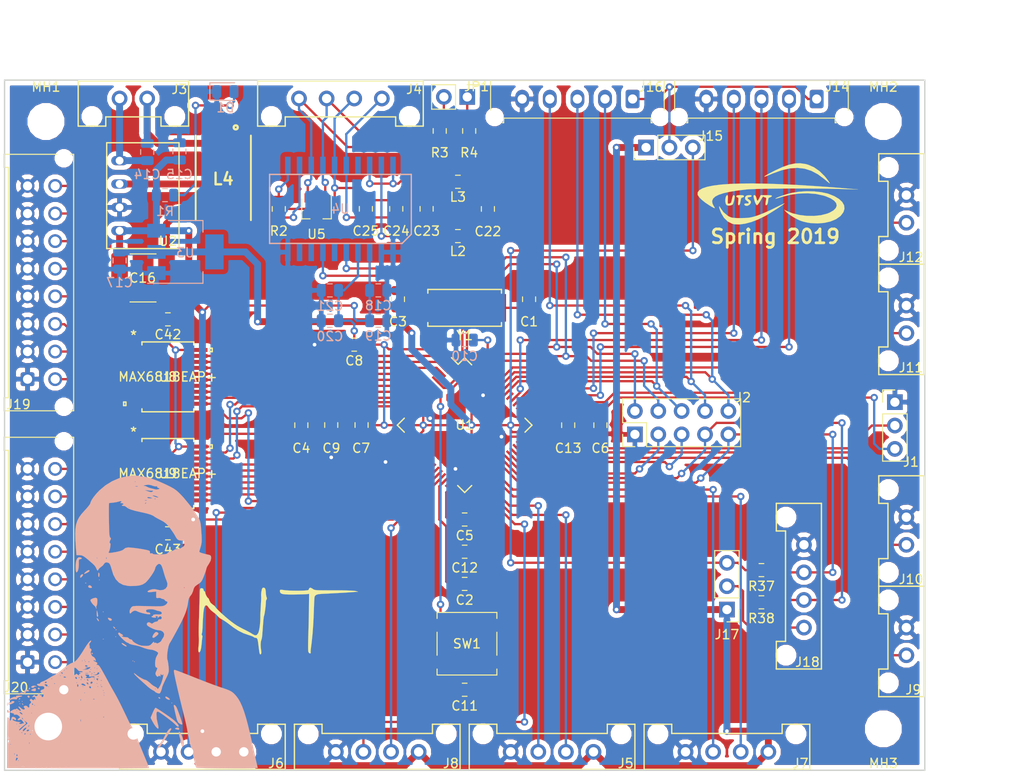
<source format=kicad_pcb>
(kicad_pcb (version 20171130) (host pcbnew "(5.0.2)-1")
  (layers (0 F.Cu signal) (31 B.Cu signal) (34 B.Paste user) (35 F.Paste user) (36 B.SilkS user) (37 F.SilkS user) (38 B.Mask user) (39 F.Mask user) (44 Edge.Cuts user))
  (net 0 "")
  (net 1 GND)
  (net 2 /OSC_OUT)
  (net 3 "Net-(C2-Pad1)")
  (net 4 /OSC_IN)
  (net 5 +3V3)
  (net 6 /NRST)
  (net 7 +12V)
  (net 8 GNDPWR)
  (net 9 +5V)
  (net 10 "Net-(C16-Pad1)")
  (net 11 "Net-(C22-Pad1)")
  (net 12 "Net-(C22-Pad2)")
  (net 13 "Net-(C23-Pad2)")
  (net 14 "Net-(C23-Pad1)")
  (net 15 "Net-(D1-Pad2)")
  (net 16 /SWCLK)
  (net 17 /SWDIO)
  (net 18 /CAN1_TX)
  (net 19 /UART1_TX)
  (net 20 /CAN1_RX)
  (net 21 /UART1_RX)
  (net 22 /SPI1_CLK)
  (net 23 /I2C3_SCL)
  (net 24 /SPI1_MISO)
  (net 25 /I2C3_SDA)
  (net 26 /SPI1_MOSI)
  (net 27 /CAN/CAN_H)
  (net 28 /CAN/CAN_L)
  (net 29 /AC1_EN)
  (net 30 /AC1_CHECK)
  (net 31 /MC1_CHECK)
  (net 32 /MC1_EN)
  (net 33 /AC2_CHECK)
  (net 34 /AC2_EN)
  (net 35 /MC2_EN)
  (net 36 /MC2_CHECK)
  (net 37 /Left_Signal)
  (net 38 /Right_Signal)
  (net 39 /Brake_Signal)
  (net 40 /Headlight)
  (net 41 "Net-(J17-Pad2)")
  (net 42 /CAN/TERM_L)
  (net 43 /CAN/TERM_H)
  (net 44 /CAN/RSlope)
  (net 45 /cruise)
  (net 46 /set-cancel)
  (net 47 /increase)
  (net 48 /decrease)
  (net 49 /brake)
  (net 50 /left)
  (net 51 /right)
  (net 52 /regen)
  (net 53 /bps)
  (net 54 /motor)
  (net 55 /array)
  (net 56 /reverse)
  (net 57 /hazard)
  (net 58 /xtra1)
  (net 59 /xtra2)
  (net 60 /xtra3)
  (net 61 /chan1)
  (net 62 /chan2)
  (net 63 "Net-(U1-Pad36)")
  (net 64 "Net-(U1-Pad39)")
  (net 65 /SPI3_CLK)
  (net 66 /SPI3_MISO)
  (net 67 /SPI3_MOSI)
  (net 68 "Net-(U1-Pad54)")
  (net 69 "Net-(U1-Pad59)")
  (net 70 "Net-(U4-Pad6)")
  (net 71 "Net-(U4-Pad8)")
  (net 72 "Net-(U4-Pad9)")
  (net 73 "Net-(U4-Pad17)")
  (net 74 /Switches/regenA)
  (net 75 /Switches/rightA)
  (net 76 /Switches/leftA)
  (net 77 /Switches/brakesA)
  (net 78 /Switches/decreaseA)
  (net 79 /Switches/increaseA)
  (net 80 /Switches/set-cancelA)
  (net 81 /Switches/cruiseA)
  (net 82 /Switches/bpsA)
  (net 83 /Switches/motorA)
  (net 84 /Switches/arrayA)
  (net 85 /Switches/reverseA)
  (net 86 /Switches/hazardA)
  (net 87 /Switches/xtra-switch1A)
  (net 88 /Switches/xtra-switch2A)
  (net 89 /Switches/xtra-switch3A)
  (net 90 "Net-(J14-Pad1)")
  (module Capacitor_SMD:C_0805_2012Metric (layer F.Cu) (at 159.5 93.8125 90)
    (fp_text reference C1 (at -2.4375 0 180) (layer F.SilkS))
    (fp_text value 6pF)
    (pad 2 smd roundrect (at 0.9375 0 90) (size 0.975 1.4) (layers F.Cu F.Paste F.Mask) (net 1 GND))
    (pad 1 smd roundrect (at -0.9375 0 90) (size 0.975 1.4) (layers F.Cu F.Paste F.Mask) (net 2 /OSC_OUT))
  )
  (module Capacitor_SMD:C_0805_2012Metric (layer F.Cu) (at 152.5 124.75)
    (fp_text reference C2 (at 0 1.75 -180) (layer F.SilkS))
    (fp_text value 2.2uF)
    (pad 1 smd roundrect (at -0.9375 0) (size 0.975 1.4) (layers F.Cu F.Paste F.Mask) (net 3 "Net-(C2-Pad1)"))
    (pad 2 smd roundrect (at 0.9375 0) (size 0.975 1.4) (layers F.Cu F.Paste F.Mask) (net 1 GND))
  )
  (module Capacitor_SMD:C_0805_2012Metric (layer F.Cu) (at 145.25 93.8125 90)
    (fp_text reference C3 (at -2.4375 0 -180) (layer F.SilkS))
    (fp_text value 6pF)
    (pad 1 smd roundrect (at -0.9375 0 90) (size 0.975 1.4) (layers F.Cu F.Paste F.Mask) (net 4 /OSC_IN))
    (pad 2 smd roundrect (at 0.9375 0 90) (size 0.975 1.4) (layers F.Cu F.Paste F.Mask) (net 1 GND))
  )
  (module Capacitor_SMD:C_0805_2012Metric (layer F.Cu) (at 134.75 107.5 90)
    (fp_text reference C4 (at -2.5 0 180) (layer F.SilkS))
    (fp_text value 0.1uF)
    (pad 2 smd roundrect (at 0.9375 0 90) (size 0.975 1.4) (layers F.Cu F.Paste F.Mask) (net 1 GND))
    (pad 1 smd roundrect (at -0.9375 0 90) (size 0.975 1.4) (layers F.Cu F.Paste F.Mask) (net 5 +3V3))
  )
  (module Capacitor_SMD:C_0805_2012Metric (layer F.Cu) (at 152.5 117.75)
    (fp_text reference C5 (at 0 1.75 -180) (layer F.SilkS))
    (fp_text value 0.1uF)
    (pad 1 smd roundrect (at -0.9375 0) (size 0.975 1.4) (layers F.Cu F.Paste F.Mask) (net 5 +3V3))
    (pad 2 smd roundrect (at 0.9375 0) (size 0.975 1.4) (layers F.Cu F.Paste F.Mask) (net 1 GND))
  )
  (module Capacitor_SMD:C_0805_2012Metric (layer F.Cu) (at 167.25 107.5 270)
    (fp_text reference C6 (at 2.5 0 180) (layer F.SilkS))
    (fp_text value 0.1uF)
    (pad 2 smd roundrect (at 0.9375 0 270) (size 0.975 1.4) (layers F.Cu F.Paste F.Mask) (net 1 GND))
    (pad 1 smd roundrect (at -0.9375 0 270) (size 0.975 1.4) (layers F.Cu F.Paste F.Mask) (net 5 +3V3))
  )
  (module Capacitor_SMD:C_0805_2012Metric (layer F.Cu) (at 141.297404 107.484904 270)
    (fp_text reference C7 (at 2.515096 0.047404) (layer F.SilkS))
    (fp_text value 0.1uF)
    (pad 1 smd roundrect (at -0.9375 0 270) (size 0.975 1.4) (layers F.Cu F.Paste F.Mask) (net 5 +3V3))
    (pad 2 smd roundrect (at 0.9375 0 270) (size 0.975 1.4) (layers F.Cu F.Paste F.Mask) (net 1 GND))
  )
  (module Capacitor_SMD:C_0805_2012Metric (layer F.Cu) (at 140.5 98.75 180)
    (fp_text reference C8 (at 0 -1.75) (layer F.SilkS))
    (fp_text value 0.1uF)
    (pad 1 smd roundrect (at -0.9375 0 180) (size 0.975 1.4) (layers F.Cu F.Paste F.Mask) (net 5 +3V3))
    (pad 2 smd roundrect (at 0.9375 0 180) (size 0.975 1.4) (layers F.Cu F.Paste F.Mask) (net 1 GND))
  )
  (module Capacitor_SMD:C_0805_2012Metric (layer F.Cu) (at 138 107.484904 270)
    (fp_text reference C9 (at 2.515096 -0.015096) (layer F.SilkS))
    (fp_text value 1uF)
    (pad 2 smd roundrect (at 0.9375 0 270) (size 0.975 1.4) (layers F.Cu F.Paste F.Mask) (net 1 GND))
    (pad 1 smd roundrect (at -0.9375 0 270) (size 0.975 1.4) (layers F.Cu F.Paste F.Mask) (net 5 +3V3))
  )
  (module Capacitor_SMD:C_0805_2012Metric (layer B.Cu) (at 152.5 98.25 180)
    (fp_text reference C10 (at 0 -1.75 180) (layer B.SilkS) (effects (justify mirror)))
    (fp_text value 0.1uF)
    (pad 2 smd roundrect (at 0.9375 0 180) (size 0.975 1.4) (layers B.Cu B.Paste B.Mask) (net 1 GND))
    (pad 1 smd roundrect (at -0.9375 0 180) (size 0.975 1.4) (layers B.Cu B.Paste B.Mask) (net 5 +3V3))
  )
  (module Capacitor_SMD:C_0805_2012Metric (layer F.Cu) (at 152.5 136.25)
    (fp_text reference C11 (at 0 1.75) (layer F.SilkS))
    (fp_text value 0.1uF)
    (pad 2 smd roundrect (at 0.9375 0) (size 0.975 1.4) (layers F.Cu F.Paste F.Mask) (net 1 GND))
    (pad 1 smd roundrect (at -0.9375 0) (size 0.975 1.4) (layers F.Cu F.Paste F.Mask) (net 6 /NRST))
  )
  (module Capacitor_SMD:C_0805_2012Metric (layer F.Cu) (at 152.5 121.25)
    (fp_text reference C12 (at 0 1.75 -180) (layer F.SilkS))
    (fp_text value 0.1uF)
    (pad 1 smd roundrect (at -0.9375 0) (size 0.975 1.4) (layers F.Cu F.Paste F.Mask) (net 5 +3V3))
    (pad 2 smd roundrect (at 0.9375 0) (size 0.975 1.4) (layers F.Cu F.Paste F.Mask) (net 1 GND))
  )
  (module Capacitor_SMD:C_0805_2012Metric (layer F.Cu) (at 163.75 107.5 270)
    (fp_text reference C13 (at 2.5 0) (layer F.SilkS))
    (fp_text value 4.7uF)
    (pad 2 smd roundrect (at 0.9375 0 270) (size 0.975 1.4) (layers F.Cu F.Paste F.Mask) (net 1 GND))
    (pad 1 smd roundrect (at -0.9375 0 270) (size 0.975 1.4) (layers F.Cu F.Paste F.Mask) (net 5 +3V3))
  )
  (module Capacitor_SMD:C_0805_2012Metric (layer B.Cu) (at 118 77.8125 270)
    (fp_text reference C14 (at 2.4375 0) (layer B.SilkS) (effects (justify mirror)))
    (fp_text value 4.7uF)
    (pad 1 smd roundrect (at -0.9375 0 270) (size 0.975 1.4) (layers B.Cu B.Paste B.Mask) (net 7 +12V))
    (pad 2 smd roundrect (at 0.9375 0 270) (size 0.975 1.4) (layers B.Cu B.Paste B.Mask) (net 8 GNDPWR))
  )
  (module Capacitor_SMD:C_0805_2012Metric (layer B.Cu) (at 121.5 77.75 90)
    (fp_text reference C15 (at -2.5 0 180) (layer B.SilkS) (effects (justify mirror)))
    (fp_text value 0.1uF)
    (pad 2 smd roundrect (at 0.9375 0 90) (size 0.975 1.4) (layers B.Cu B.Paste B.Mask) (net 1 GND))
    (pad 1 smd roundrect (at -0.9375 0 90) (size 0.975 1.4) (layers B.Cu B.Paste B.Mask) (net 9 +5V))
  )
  (module Capacitor_SMD:C_2220_5650Metric (layer F.Cu) (at 117.55 91.5 180)
    (fp_text reference C16 (at 0.05 0 180) (layer F.SilkS))
    (fp_text value 470pF)
    (pad 1 smd roundrect (at -2.55 0 180) (size 1.8 5.4) (layers F.Cu F.Paste F.Mask) (roundrect_rratio 0.138889) (net 10 "Net-(C16-Pad1)"))
    (pad 2 smd roundrect (at 2.55 0 180) (size 1.8 5.4) (layers F.Cu F.Paste F.Mask) (roundrect_rratio 0.138889) (net 9 +5V))
  )
  (module Capacitor_SMD:C_0805_2012Metric (layer B.Cu) (at 115 89.6075 270)
    (fp_text reference C17 (at 2.3925 0) (layer B.SilkS) (effects (justify mirror)))
    (fp_text value 10uF)
    (pad 1 smd roundrect (at -0.9375 0 270) (size 0.975 1.4) (layers B.Cu B.Paste B.Mask) (net 5 +3V3))
    (pad 2 smd roundrect (at 0.9375 0 270) (size 0.975 1.4) (layers B.Cu B.Paste B.Mask) (net 1 GND))
  )
  (module Capacitor_SMD:C_0805_2012Metric (layer B.Cu) (at 143.1125 92.85)
    (fp_text reference C18 (at 0 1.65) (layer B.SilkS) (effects (justify mirror)))
    (fp_text value 10uF)
    (pad 2 smd roundrect (at 0.9375 0) (size 0.975 1.4) (layers B.Cu B.Paste B.Mask) (net 1 GND))
    (pad 1 smd roundrect (at -0.9375 0) (size 0.975 1.4) (layers B.Cu B.Paste B.Mask) (net 9 +5V))
  )
  (module Capacitor_SMD:C_0805_2012Metric (layer B.Cu) (at 143.1125 96.15)
    (fp_text reference C19 (at 0 1.65) (layer B.SilkS) (effects (justify mirror)))
    (fp_text value 0.1uF)
    (pad 1 smd roundrect (at -0.9375 0) (size 0.975 1.4) (layers B.Cu B.Paste B.Mask) (net 9 +5V))
    (pad 2 smd roundrect (at 0.9375 0) (size 0.975 1.4) (layers B.Cu B.Paste B.Mask) (net 1 GND))
  )
  (module Capacitor_SMD:C_0805_2012Metric (layer B.Cu) (at 137.854606 96.15129 180)
    (fp_text reference C20 (at 0 -1.7 180) (layer B.SilkS) (effects (justify mirror)))
    (fp_text value 0.1uF)
    (pad 2 smd roundrect (at 0.9375 0 180) (size 0.975 1.4) (layers B.Cu B.Paste B.Mask) (net 1 GND))
    (pad 1 smd roundrect (at -0.9375 0 180) (size 0.975 1.4) (layers B.Cu B.Paste B.Mask) (net 5 +3V3))
  )
  (module Capacitor_SMD:C_0805_2012Metric (layer B.Cu) (at 137.854606 92.85129 180)
    (fp_text reference C21 (at 0 -1.7 180) (layer B.SilkS) (effects (justify mirror)))
    (fp_text value 0.01uF)
    (pad 1 smd roundrect (at -0.9375 0 180) (size 0.975 1.4) (layers B.Cu B.Paste B.Mask) (net 5 +3V3))
    (pad 2 smd roundrect (at 0.9375 0 180) (size 0.975 1.4) (layers B.Cu B.Paste B.Mask) (net 1 GND))
  )
  (module Capacitor_SMD:C_0805_2012Metric (layer F.Cu) (at 155.025 84 90)
    (fp_text reference C22 (at -2.448638 0 180) (layer F.SilkS))
    (fp_text value 10uF)
    (pad 1 smd roundrect (at -0.9375 0 90) (size 0.975 1.4) (layers F.Cu F.Paste F.Mask) (net 11 "Net-(C22-Pad1)"))
    (pad 2 smd roundrect (at 0.9375 0 90) (size 0.975 1.4) (layers F.Cu F.Paste F.Mask) (net 12 "Net-(C22-Pad2)"))
  )
  (module Capacitor_SMD:C_0805_2012Metric (layer F.Cu) (at 148.36495 83.988862 90)
    (fp_text reference C23 (at -2.411138 0 180) (layer F.SilkS))
    (fp_text value 0.22uF)
    (pad 2 smd roundrect (at 0.9375 0 90) (size 0.975 1.4) (layers F.Cu F.Paste F.Mask) (net 13 "Net-(C23-Pad2)"))
    (pad 1 smd roundrect (at -0.9375 0 90) (size 0.975 1.4) (layers F.Cu F.Paste F.Mask) (net 14 "Net-(C23-Pad1)"))
  )
  (module Capacitor_SMD:C_0805_2012Metric (layer F.Cu) (at 145.06495 83.988862 90)
    (fp_text reference C24 (at -2.411138 0 180) (layer F.SilkS))
    (fp_text value 0.1uF)
    (pad 1 smd roundrect (at -0.9375 0 90) (size 0.975 1.4) (layers F.Cu F.Paste F.Mask) (net 14 "Net-(C23-Pad1)"))
    (pad 2 smd roundrect (at 0.9375 0 90) (size 0.975 1.4) (layers F.Cu F.Paste F.Mask) (net 13 "Net-(C23-Pad2)"))
  )
  (module Capacitor_SMD:C_0805_2012Metric (layer F.Cu) (at 141.76495 83.988862 90)
    (fp_text reference C25 (at -2.411138 0 180) (layer F.SilkS))
    (fp_text value 0.01uF)
    (pad 2 smd roundrect (at 0.9375 0 90) (size 0.975 1.4) (layers F.Cu F.Paste F.Mask) (net 13 "Net-(C23-Pad2)"))
    (pad 1 smd roundrect (at -0.9375 0 90) (size 0.975 1.4) (layers F.Cu F.Paste F.Mask) (net 14 "Net-(C23-Pad1)"))
  )
  (module Resistor_SMD:R_0805_2012Metric (layer F.Cu) (at 120.25 96 180)
    (fp_text reference C42 (at 0 -1.65 180) (layer F.SilkS))
    (fp_text value .1uF)
    (pad 2 smd roundrect (at 0.9375 0 180) (size 0.975 1.4) (layers F.Cu F.Paste F.Mask) (net 1 GND))
    (pad 1 smd roundrect (at -0.9375 0 180) (size 0.975 1.4) (layers F.Cu F.Paste F.Mask) (net 5 +3V3))
  )
  (module Resistor_SMD:R_0805_2012Metric (layer F.Cu) (at 120.25 119.25)
    (fp_text reference C43 (at 0 1.75) (layer F.SilkS))
    (fp_text value 0.1uF)
    (pad 2 smd roundrect (at 0.9375 0) (size 0.975 1.4) (layers F.Cu F.Paste F.Mask) (net 1 GND))
    (pad 1 smd roundrect (at -0.9375 0) (size 0.975 1.4) (layers F.Cu F.Paste F.Mask) (net 5 +3V3))
  )
  (module LED_SMD:LED_0805_2012Metric (layer B.Cu) (at 126.5 71.25)
    (fp_text reference D1 (at 0 1.75) (layer B.SilkS) (effects (justify mirror)))
    (fp_text value PowerOn)
    (pad 1 smd roundrect (at -0.9375 0) (size 0.975 1.4) (layers B.Cu B.Paste B.Mask) (net 1 GND))
    (pad 2 smd roundrect (at 0.9375 0) (size 0.975 1.4) (layers B.Cu B.Paste B.Mask) (net 15 "Net-(D1-Pad2)"))
  )
  (module Connector_PinHeader_2.54mm:PinHeader_1x03_P2.54mm_Vertical (layer F.Cu) (at 199.25 105)
    (fp_text reference J1 (at 1.75 6.5) (layer F.SilkS))
    (fp_text value SWD)
    (pad 1 thru_hole rect (at 0 0) (size 1.7 1.7) (drill 1) (layers *.Cu *.Mask) (net 1 GND))
    (pad 2 thru_hole oval (at 0 2.54) (size 1.7 1.7) (drill 1) (layers *.Cu *.Mask) (net 17 /SWDIO))
    (pad 3 thru_hole oval (at 0 5.08) (size 1.7 1.7) (drill 1) (layers *.Cu *.Mask) (net 16 /SWCLK))
  )
  (module Connector_PinHeader_2.54mm:PinHeader_2x05_P2.54mm_Vertical (layer F.Cu) (at 171 108.5 90)
    (fp_text reference J2 (at 4 11.75 180) (layer F.SilkS))
    (fp_text value "Logic Analyzer")
    (pad 1 thru_hole rect (at 0 0 90) (size 1.7 1.7) (drill 1) (layers *.Cu *.Mask) (net 1 GND))
    (pad 2 thru_hole oval (at 2.54 0 90) (size 1.7 1.7) (drill 1) (layers *.Cu *.Mask) (net 18 /CAN1_TX))
    (pad 3 thru_hole oval (at 0 2.54 90) (size 1.7 1.7) (drill 1) (layers *.Cu *.Mask) (net 19 /UART1_TX))
    (pad 4 thru_hole oval (at 2.54 2.54 90) (size 1.7 1.7) (drill 1) (layers *.Cu *.Mask) (net 20 /CAN1_RX))
    (pad 5 thru_hole oval (at 0 5.08 90) (size 1.7 1.7) (drill 1) (layers *.Cu *.Mask) (net 21 /UART1_RX))
    (pad 6 thru_hole oval (at 2.54 5.08 90) (size 1.7 1.7) (drill 1) (layers *.Cu *.Mask) (net 22 /SPI1_CLK))
    (pad 7 thru_hole oval (at 0 7.62 90) (size 1.7 1.7) (drill 1) (layers *.Cu *.Mask) (net 23 /I2C3_SCL))
    (pad 8 thru_hole oval (at 2.54 7.62 90) (size 1.7 1.7) (drill 1) (layers *.Cu *.Mask) (net 24 /SPI1_MISO))
    (pad 9 thru_hole oval (at 0 10.16 90) (size 1.7 1.7) (drill 1) (layers *.Cu *.Mask) (net 25 /I2C3_SDA))
    (pad 10 thru_hole oval (at 2.54 10.16 90) (size 1.7 1.7) (drill 1) (layers *.Cu *.Mask) (net 26 /SPI1_MOSI))
  )
  (module UTSVT_Connectors:Molex_MicroFit3.0_1x2xP3.00mm_PolarizingPeg_Vertical (layer F.Cu) (at 118 72 180)
    (fp_text reference J3 (at -3.5 1 180) (layer F.SilkS))
    (fp_text value CarPowerConnector)
    (pad "" np_thru_hole circle (at 6 -1.96 180) (size 1.27 1.27) (drill 1.27) (layers *.Cu *.Mask))
    (pad 1 thru_hole circle (at 0 0 180) (size 1.7 1.7) (drill 1.02) (layers *.Cu *.Mask) (net 7 +12V))
    (pad 2 thru_hole circle (at 3 0 180) (size 1.7 1.7) (drill 1.02) (layers *.Cu *.Mask) (net 8 GNDPWR))
    (pad "" np_thru_hole circle (at -3 -1.96 180) (size 1.27 1.27) (drill 1.27) (layers *.Cu *.Mask))
  )
  (module UTSVT_Connectors:Molex_MicroFit3.0_1x4xP3.00mm_PolarizingPeg_Vertical (layer F.Cu) (at 143.5 72 180)
    (fp_text reference J4 (at -3.5 1 180) (layer F.SilkS))
    (fp_text value CAN_Out)
    (pad "" np_thru_hole circle (at -3 -1.96 180) (size 1.27 1.27) (drill 1.27) (layers *.Cu *.Mask))
    (pad 3 thru_hole circle (at 6 0 180) (size 1.7 1.7) (drill 1.02) (layers *.Cu *.Mask) (net 27 /CAN/CAN_H))
    (pad 2 thru_hole circle (at 3 0 180) (size 1.7 1.7) (drill 1.02) (layers *.Cu *.Mask) (net 13 "Net-(C23-Pad2)"))
    (pad 1 thru_hole circle (at 0 0 180) (size 1.7 1.7) (drill 1.02) (layers *.Cu *.Mask) (net 14 "Net-(C23-Pad1)"))
    (pad "" np_thru_hole circle (at 12 -1.96 180) (size 1.27 1.27) (drill 1.27) (layers *.Cu *.Mask))
    (pad 4 thru_hole circle (at 9 0 180) (size 1.7 1.7) (drill 1.02) (layers *.Cu *.Mask) (net 28 /CAN/CAN_L))
  )
  (module UTSVT_Connectors:Molex_MicroFit3.0_1x4xP3.00mm_PolarizingPeg_Vertical (layer F.Cu) (at 157.5 143)
    (fp_text reference J5 (at 12.5 1.25) (layer F.SilkS))
    (fp_text value "Array Contactor 1")
    (pad 4 thru_hole circle (at 9 0) (size 1.7 1.7) (drill 1.02) (layers *.Cu *.Mask) (net 9 +5V))
    (pad "" np_thru_hole circle (at 12 -1.96) (size 1.27 1.27) (drill 1.27) (layers *.Cu *.Mask))
    (pad 1 thru_hole circle (at 0 0) (size 1.7 1.7) (drill 1.02) (layers *.Cu *.Mask) (net 1 GND))
    (pad 2 thru_hole circle (at 3 0) (size 1.7 1.7) (drill 1.02) (layers *.Cu *.Mask) (net 30 /AC1_CHECK))
    (pad 3 thru_hole circle (at 6 0) (size 1.7 1.7) (drill 1.02) (layers *.Cu *.Mask) (net 29 /AC1_EN))
    (pad "" np_thru_hole circle (at -3 -1.96) (size 1.27 1.27) (drill 1.27) (layers *.Cu *.Mask))
  )
  (module UTSVT_Connectors:Molex_MicroFit3.0_1x4xP3.00mm_PolarizingPeg_Vertical (layer F.Cu) (at 119.5 143)
    (fp_text reference J6 (at 12.5 1.25) (layer F.SilkS))
    (fp_text value "Motor Contactor 1")
    (pad 4 thru_hole circle (at 9 0) (size 1.7 1.7) (drill 1.02) (layers *.Cu *.Mask) (net 9 +5V))
    (pad "" np_thru_hole circle (at 12 -1.96) (size 1.27 1.27) (drill 1.27) (layers *.Cu *.Mask))
    (pad 1 thru_hole circle (at 0 0) (size 1.7 1.7) (drill 1.02) (layers *.Cu *.Mask) (net 1 GND))
    (pad 2 thru_hole circle (at 3 0) (size 1.7 1.7) (drill 1.02) (layers *.Cu *.Mask) (net 31 /MC1_CHECK))
    (pad 3 thru_hole circle (at 6 0) (size 1.7 1.7) (drill 1.02) (layers *.Cu *.Mask) (net 32 /MC1_EN))
    (pad "" np_thru_hole circle (at -3 -1.96) (size 1.27 1.27) (drill 1.27) (layers *.Cu *.Mask))
  )
  (module UTSVT_Connectors:Molex_MicroFit3.0_1x4xP3.00mm_PolarizingPeg_Vertical (layer F.Cu) (at 176.5 143)
    (fp_text reference J7 (at 12.5 1.25) (layer F.SilkS))
    (fp_text value "Array Contactor 2")
    (pad "" np_thru_hole circle (at -3 -1.96) (size 1.27 1.27) (drill 1.27) (layers *.Cu *.Mask))
    (pad 3 thru_hole circle (at 6 0) (size 1.7 1.7) (drill 1.02) (layers *.Cu *.Mask) (net 34 /AC2_EN))
    (pad 2 thru_hole circle (at 3 0) (size 1.7 1.7) (drill 1.02) (layers *.Cu *.Mask) (net 33 /AC2_CHECK))
    (pad 1 thru_hole circle (at 0 0) (size 1.7 1.7) (drill 1.02) (layers *.Cu *.Mask) (net 1 GND))
    (pad "" np_thru_hole circle (at 12 -1.96) (size 1.27 1.27) (drill 1.27) (layers *.Cu *.Mask))
    (pad 4 thru_hole circle (at 9 0) (size 1.7 1.7) (drill 1.02) (layers *.Cu *.Mask) (net 9 +5V))
  )
  (module UTSVT_Connectors:Molex_MicroFit3.0_1x4xP3.00mm_PolarizingPeg_Vertical (layer F.Cu) (at 138.5 143)
    (fp_text reference J8 (at 12.5 1.25) (layer F.SilkS))
    (fp_text value "Motor Contactor 2")
    (pad 4 thru_hole circle (at 9 0) (size 1.7 1.7) (drill 1.02) (layers *.Cu *.Mask) (net 9 +5V))
    (pad "" np_thru_hole circle (at 12 -1.96) (size 1.27 1.27) (drill 1.27) (layers *.Cu *.Mask))
    (pad 1 thru_hole circle (at 0 0) (size 1.7 1.7) (drill 1.02) (layers *.Cu *.Mask) (net 1 GND))
    (pad 2 thru_hole circle (at 3 0) (size 1.7 1.7) (drill 1.02) (layers *.Cu *.Mask) (net 36 /MC2_CHECK))
    (pad 3 thru_hole circle (at 6 0) (size 1.7 1.7) (drill 1.02) (layers *.Cu *.Mask) (net 35 /MC2_EN))
    (pad "" np_thru_hole circle (at -3 -1.96) (size 1.27 1.27) (drill 1.27) (layers *.Cu *.Mask))
  )
  (module UTSVT_Connectors:Molex_MicroFit3.0_1x2xP3.00mm_PolarizingPeg_Vertical (layer F.Cu) (at 200.5 132.5 90)
    (fp_text reference J9 (at -3.75 0.75 180) (layer F.SilkS))
    (fp_text value "Left Signal")
    (pad "" np_thru_hole circle (at 6 -1.96 90) (size 1.27 1.27) (drill 1.27) (layers *.Cu *.Mask))
    (pad 1 thru_hole circle (at 0 0 90) (size 1.7 1.7) (drill 1.02) (layers *.Cu *.Mask) (net 37 /Left_Signal))
    (pad 2 thru_hole circle (at 3 0 90) (size 1.7 1.7) (drill 1.02) (layers *.Cu *.Mask) (net 1 GND))
    (pad "" np_thru_hole circle (at -3 -1.96 90) (size 1.27 1.27) (drill 1.27) (layers *.Cu *.Mask))
  )
  (module UTSVT_Connectors:Molex_MicroFit3.0_1x2xP3.00mm_PolarizingPeg_Vertical (layer F.Cu) (at 200.5 120.5 90)
    (fp_text reference J10 (at -3.75 0.5 180) (layer F.SilkS))
    (fp_text value "Right Signal")
    (pad "" np_thru_hole circle (at -3 -1.96 90) (size 1.27 1.27) (drill 1.27) (layers *.Cu *.Mask))
    (pad 2 thru_hole circle (at 3 0 90) (size 1.7 1.7) (drill 1.02) (layers *.Cu *.Mask) (net 1 GND))
    (pad 1 thru_hole circle (at 0 0 90) (size 1.7 1.7) (drill 1.02) (layers *.Cu *.Mask) (net 38 /Right_Signal))
    (pad "" np_thru_hole circle (at 6 -1.96 90) (size 1.27 1.27) (drill 1.27) (layers *.Cu *.Mask))
  )
  (module UTSVT_Connectors:Molex_MicroFit3.0_1x2xP3.00mm_PolarizingPeg_Vertical (layer F.Cu) (at 200.5 97.5 90)
    (fp_text reference J11 (at -3.75 0.5 180) (layer F.SilkS))
    (fp_text value "Brake Signal")
    (pad "" np_thru_hole circle (at 6 -1.96 90) (size 1.27 1.27) (drill 1.27) (layers *.Cu *.Mask))
    (pad 1 thru_hole circle (at 0 0 90) (size 1.7 1.7) (drill 1.02) (layers *.Cu *.Mask) (net 39 /Brake_Signal))
    (pad 2 thru_hole circle (at 3 0 90) (size 1.7 1.7) (drill 1.02) (layers *.Cu *.Mask) (net 1 GND))
    (pad "" np_thru_hole circle (at -3 -1.96 90) (size 1.27 1.27) (drill 1.27) (layers *.Cu *.Mask))
  )
  (module UTSVT_Connectors:Molex_MicroFit3.0_1x2xP3.00mm_PolarizingPeg_Vertical (layer F.Cu) (at 200.5 85.5 90)
    (fp_text reference J12 (at -3.75 0.5 180) (layer F.SilkS))
    (fp_text value Headlight)
    (pad "" np_thru_hole circle (at -3 -1.96 90) (size 1.27 1.27) (drill 1.27) (layers *.Cu *.Mask))
    (pad 2 thru_hole circle (at 3 0 90) (size 1.7 1.7) (drill 1.02) (layers *.Cu *.Mask) (net 1 GND))
    (pad 1 thru_hole circle (at 0 0 90) (size 1.7 1.7) (drill 1.02) (layers *.Cu *.Mask) (net 40 /Headlight))
    (pad "" np_thru_hole circle (at 6 -1.96 90) (size 1.27 1.27) (drill 1.27) (layers *.Cu *.Mask))
  )
  (module Connector_Molex_Microfit:Molex_Micro-Fit_3.0_43650-0515_1x05_P3.00mm_Vertical (layer F.Cu) (at 190.751314 72.054863 180)
    (fp_text reference J14 (at -2.248686 1.304863 180) (layer F.SilkS))
    (fp_text value SPI3)
    (pad 5 thru_hole oval (at 12 0 180) (size 1.5 2) (drill 1) (layers *.Cu *.Mask) (net 1 GND))
    (pad 4 thru_hole oval (at 9 0 180) (size 1.5 2) (drill 1) (layers *.Cu *.Mask) (net 66 /SPI3_MISO))
    (pad 3 thru_hole oval (at 6 0 180) (size 1.5 2) (drill 1) (layers *.Cu *.Mask) (net 67 /SPI3_MOSI))
    (pad 2 thru_hole oval (at 3 0 180) (size 1.5 2) (drill 1) (layers *.Cu *.Mask) (net 65 /SPI3_CLK))
    (pad 1 thru_hole roundrect (at 0 0 180) (size 1.5 2) (drill 1) (layers *.Cu *.Mask) (roundrect_rratio 0.166667) (net 90 "Net-(J14-Pad1)"))
    (pad "" np_thru_hole circle (at 15 -1.96 180) (size 1 1) (drill 1) (layers *.Cu *.Mask))
    (pad "" np_thru_hole circle (at -3 -1.96 180) (size 1 1) (drill 1) (layers *.Cu *.Mask))
  )
  (module Connector_PinHeader_2.54mm:PinHeader_1x03_P2.54mm_Vertical (layer F.Cu) (at 172.21 77.325 90)
    (fp_text reference J15 (at 1.25 7.04 180) (layer F.SilkS))
    (fp_text value Vs-SPI1)
    (pad 1 thru_hole rect (at 0 0 90) (size 1.7 1.7) (drill 1) (layers *.Cu *.Mask) (net 9 +5V))
    (pad 2 thru_hole oval (at 0 2.54 90) (size 1.7 1.7) (drill 1) (layers *.Cu *.Mask) (net 90 "Net-(J14-Pad1)"))
    (pad 3 thru_hole oval (at 0 5.08 90) (size 1.7 1.7) (drill 1) (layers *.Cu *.Mask) (net 5 +3V3))
  )
  (module Connector_Molex_Microfit:Molex_Micro-Fit_3.0_43650-0515_1x05_P3.00mm_Vertical (layer F.Cu) (at 170.751314 72.054863 180)
    (fp_text reference J16 (at -1.998686 1.304863 180) (layer F.SilkS))
    (fp_text value SPI1)
    (pad "" np_thru_hole circle (at -3 -1.96 180) (size 1 1) (drill 1) (layers *.Cu *.Mask))
    (pad "" np_thru_hole circle (at 15 -1.96 180) (size 1 1) (drill 1) (layers *.Cu *.Mask))
    (pad 1 thru_hole roundrect (at 0 0 180) (size 1.5 2) (drill 1) (layers *.Cu *.Mask) (roundrect_rratio 0.166667) (net 90 "Net-(J14-Pad1)"))
    (pad 2 thru_hole oval (at 3 0 180) (size 1.5 2) (drill 1) (layers *.Cu *.Mask) (net 22 /SPI1_CLK))
    (pad 3 thru_hole oval (at 6 0 180) (size 1.5 2) (drill 1) (layers *.Cu *.Mask) (net 26 /SPI1_MOSI))
    (pad 4 thru_hole oval (at 9 0 180) (size 1.5 2) (drill 1) (layers *.Cu *.Mask) (net 24 /SPI1_MISO))
    (pad 5 thru_hole oval (at 12 0 180) (size 1.5 2) (drill 1) (layers *.Cu *.Mask) (net 1 GND))
  )
  (module Connector_PinHeader_2.54mm:PinHeader_1x03_P2.54mm_Vertical (layer F.Cu) (at 181 127.54 180)
    (fp_text reference J17 (at 0 -2.71) (layer F.SilkS))
    (fp_text value Vs-I2C3)
    (pad 3 thru_hole oval (at 0 5.08 180) (size 1.7 1.7) (drill 1) (layers *.Cu *.Mask) (net 5 +3V3))
    (pad 2 thru_hole oval (at 0 2.54 180) (size 1.7 1.7) (drill 1) (layers *.Cu *.Mask) (net 41 "Net-(J17-Pad2)"))
    (pad 1 thru_hole rect (at 0 0 180) (size 1.7 1.7) (drill 1) (layers *.Cu *.Mask) (net 9 +5V))
  )
  (module UTSVT_Connectors:Molex_MicroFit3.0_1x4xP3.00mm_PolarizingPeg_Vertical (layer F.Cu) (at 189.368753 129.496423 90)
    (fp_text reference J18 (at -3.753577 0.381247 180) (layer F.SilkS))
    (fp_text value I2C3)
    (pad "" np_thru_hole circle (at -3 -1.96 90) (size 1.27 1.27) (drill 1.27) (layers *.Cu *.Mask))
    (pad 3 thru_hole circle (at 6 0 90) (size 1.7 1.7) (drill 1.02) (layers *.Cu *.Mask) (net 25 /I2C3_SDA))
    (pad 2 thru_hole circle (at 3 0 90) (size 1.7 1.7) (drill 1.02) (layers *.Cu *.Mask) (net 23 /I2C3_SCL))
    (pad 1 thru_hole circle (at 0 0 90) (size 1.7 1.7) (drill 1.02) (layers *.Cu *.Mask) (net 41 "Net-(J17-Pad2)"))
    (pad "" np_thru_hole circle (at 12 -1.96 90) (size 1.27 1.27) (drill 1.27) (layers *.Cu *.Mask))
    (pad 4 thru_hole circle (at 9 0 90) (size 1.7 1.7) (drill 1.02) (layers *.Cu *.Mask) (net 1 GND))
  )
  (module Connector_Molex_Microfit:Molex_Micro-Fit_3.0_43045-1612_2x08_P3.00mm_Vertical (layer F.Cu) (at 105 102.5 90)
    (fp_text reference J19 (at -2.75 -1 180) (layer F.SilkS))
    (fp_text value Switches-1)
    (pad "" np_thru_hole circle (at -3 3.94 90) (size 1 1) (drill 1) (layers *.Cu *.Mask))
    (pad "" np_thru_hole circle (at 24 3.94 90) (size 1 1) (drill 1) (layers *.Cu *.Mask))
    (pad 1 thru_hole roundrect (at 0 0 90) (size 1.5 1.5) (drill 1) (layers *.Cu *.Mask) (roundrect_rratio 0.166667) (net 1 GND))
    (pad 2 thru_hole circle (at 3 0 90) (size 1.5 1.5) (drill 1) (layers *.Cu *.Mask) (net 1 GND))
    (pad 3 thru_hole circle (at 6 0 90) (size 1.5 1.5) (drill 1) (layers *.Cu *.Mask) (net 1 GND))
    (pad 4 thru_hole circle (at 9 0 90) (size 1.5 1.5) (drill 1) (layers *.Cu *.Mask) (net 1 GND))
    (pad 5 thru_hole circle (at 12 0 90) (size 1.5 1.5) (drill 1) (layers *.Cu *.Mask) (net 1 GND))
    (pad 6 thru_hole circle (at 15 0 90) (size 1.5 1.5) (drill 1) (layers *.Cu *.Mask) (net 1 GND))
    (pad 7 thru_hole circle (at 18 0 90) (size 1.5 1.5) (drill 1) (layers *.Cu *.Mask) (net 1 GND))
    (pad 8 thru_hole circle (at 21 0 90) (size 1.5 1.5) (drill 1) (layers *.Cu *.Mask) (net 1 GND))
    (pad 9 thru_hole circle (at 0 3 90) (size 1.5 1.5) (drill 1) (layers *.Cu *.Mask) (net 74 /Switches/regenA))
    (pad 10 thru_hole circle (at 3 3 90) (size 1.5 1.5) (drill 1) (layers *.Cu *.Mask) (net 75 /Switches/rightA))
    (pad 11 thru_hole circle (at 6 3 90) (size 1.5 1.5) (drill 1) (layers *.Cu *.Mask) (net 76 /Switches/leftA))
    (pad 12 thru_hole circle (at 9 3 90) (size 1.5 1.5) (drill 1) (layers *.Cu *.Mask) (net 77 /Switches/brakesA))
    (pad 13 thru_hole circle (at 12 3 90) (size 1.5 1.5) (drill 1) (layers *.Cu *.Mask) (net 78 /Switches/decreaseA))
    (pad 14 thru_hole circle (at 15 3 90) (size 1.5 1.5) (drill 1) (layers *.Cu *.Mask) (net 79 /Switches/increaseA))
    (pad 15 thru_hole circle (at 18 3 90) (size 1.5 1.5) (drill 1) (layers *.Cu *.Mask) (net 80 /Switches/set-cancelA))
    (pad 16 thru_hole circle (at 21 3 90) (size 1.5 1.5) (drill 1) (layers *.Cu *.Mask) (net 81 /Switches/cruiseA))
  )
  (module Connector_Molex_Microfit:Molex_Micro-Fit_3.0_43045-1612_2x08_P3.00mm_Vertical (layer F.Cu) (at 105 133.25 90)
    (fp_text reference J20 (at -2.75 -1.25 180) (layer F.SilkS))
    (fp_text value Switches-2)
    (pad 16 thru_hole circle (at 21 3 90) (size 1.5 1.5) (drill 1) (layers *.Cu *.Mask) (net 82 /Switches/bpsA))
    (pad 15 thru_hole circle (at 18 3 90) (size 1.5 1.5) (drill 1) (layers *.Cu *.Mask) (net 83 /Switches/motorA))
    (pad 14 thru_hole circle (at 15 3 90) (size 1.5 1.5) (drill 1) (layers *.Cu *.Mask) (net 84 /Switches/arrayA))
    (pad 13 thru_hole circle (at 12 3 90) (size 1.5 1.5) (drill 1) (layers *.Cu *.Mask) (net 85 /Switches/reverseA))
    (pad 12 thru_hole circle (at 9 3 90) (size 1.5 1.5) (drill 1) (layers *.Cu *.Mask) (net 86 /Switches/hazardA))
    (pad 11 thru_hole circle (at 6 3 90) (size 1.5 1.5) (drill 1) (layers *.Cu *.Mask) (net 87 /Switches/xtra-switch1A))
    (pad 10 thru_hole circle (at 3 3 90) (size 1.5 1.5) (drill 1) (layers *.Cu *.Mask) (net 88 /Switches/xtra-switch2A))
    (pad 9 thru_hole circle (at 0 3 90) (size 1.5 1.5) (drill 1) (layers *.Cu *.Mask) (net 89 /Switches/xtra-switch3A))
    (pad 8 thru_hole circle (at 21 0 90) (size 1.5 1.5) (drill 1) (layers *.Cu *.Mask) (net 1 GND))
    (pad 7 thru_hole circle (at 18 0 90) (size 1.5 1.5) (drill 1) (layers *.Cu *.Mask) (net 1 GND))
    (pad 6 thru_hole circle (at 15 0 90) (size 1.5 1.5) (drill 1) (layers *.Cu *.Mask) (net 1 GND))
    (pad 5 thru_hole circle (at 12 0 90) (size 1.5 1.5) (drill 1) (layers *.Cu *.Mask) (net 1 GND))
    (pad 4 thru_hole circle (at 9 0 90) (size 1.5 1.5) (drill 1) (layers *.Cu *.Mask) (net 1 GND))
    (pad 3 thru_hole circle (at 6 0 90) (size 1.5 1.5) (drill 1) (layers *.Cu *.Mask) (net 1 GND))
    (pad 2 thru_hole circle (at 3 0 90) (size 1.5 1.5) (drill 1) (layers *.Cu *.Mask) (net 1 GND))
    (pad 1 thru_hole roundrect (at 0 0 90) (size 1.5 1.5) (drill 1) (layers *.Cu *.Mask) (roundrect_rratio 0.166667) (net 1 GND))
    (pad "" np_thru_hole circle (at 24 3.94 90) (size 1 1) (drill 1) (layers *.Cu *.Mask))
    (pad "" np_thru_hole circle (at -3 3.94 90) (size 1 1) (drill 1) (layers *.Cu *.Mask))
  )
  (module Connector_PinHeader_2.54mm:PinHeader_1x02_P2.54mm_Vertical (layer F.Cu) (at 152.779096 71.83075 270)
    (fp_text reference JP1 (at -1.13075 -1.020904) (layer F.SilkS))
    (fp_text value "Termination Resistors")
    (pad 1 thru_hole rect (at 0 0 270) (size 1.7 1.7) (drill 1) (layers *.Cu *.Mask) (net 42 /CAN/TERM_L))
    (pad 2 thru_hole oval (at 0 2.54 270) (size 1.7 1.7) (drill 1) (layers *.Cu *.Mask) (net 43 /CAN/TERM_H))
  )
  (module Inductor_SMD:L_0805_2012Metric (layer F.Cu) (at 151.76495 86.951362)
    (fp_text reference L2 (at 0 1.648638) (layer F.SilkS))
    (fp_text value 2kH)
    (pad 2 smd roundrect (at 0.9375 0) (size 0.975 1.4) (layers F.Cu F.Paste F.Mask) (net 11 "Net-(C22-Pad1)"))
    (pad 1 smd roundrect (at -0.9375 0) (size 0.975 1.4) (layers F.Cu F.Paste F.Mask) (net 14 "Net-(C23-Pad1)"))
  )
  (module Inductor_SMD:L_0805_2012Metric (layer F.Cu) (at 151.76495 81.051362)
    (fp_text reference L3 (at 0 1.648638) (layer F.SilkS))
    (fp_text value 2kH)
    (pad 1 smd roundrect (at -0.9375 0) (size 0.975 1.4) (layers F.Cu F.Paste F.Mask) (net 13 "Net-(C23-Pad2)"))
    (pad 2 smd roundrect (at 0.9375 0) (size 0.975 1.4) (layers F.Cu F.Paste F.Mask) (net 12 "Net-(C22-Pad2)"))
  )
  (module UTSVT_BPS:SRF0905A (layer F.Cu) (at 126.27 80.625 270)
    (fp_text reference L4 (at 0.125 0.02) (layer F.SilkS) (effects (font (size 1.27 1.27) (thickness 0.254))))
    (fp_text value SRF0905-100Y hide)
    (pad 1 smd rect (at -3.75 -1.27) (size 1.2 2) (layers F.Cu F.Paste F.Mask) (net 7 +12V))
    (pad 2 smd rect (at -3.75 1.27) (size 1.2 2) (layers F.Cu F.Paste F.Mask) (net 7 +12V))
    (pad 3 smd rect (at 3.75 1.27) (size 1.2 2) (layers F.Cu F.Paste F.Mask) (net 10 "Net-(C16-Pad1)"))
    (pad 4 smd rect (at 3.75 -1.27) (size 1.2 2) (layers F.Cu F.Paste F.Mask) (net 10 "Net-(C16-Pad1)"))
  )
  (module MountingHole:MountingHole_3mm (layer F.Cu) (at 107 74.5)
    (fp_text reference MH1 (at 0 -3.75) (layer F.SilkS))
    (fp_text value MountingHole)
    (pad 1 np_thru_hole circle (at 0 0) (size 3 3) (drill 3) (layers *.Cu *.Mask))
  )
  (module MountingHole:MountingHole_3mm (layer F.Cu) (at 198 74.5)
    (fp_text reference MH2 (at 0 -3.75) (layer F.SilkS))
    (fp_text value MountingHole)
    (pad 1 np_thru_hole circle (at 0 0) (size 3 3) (drill 3) (layers *.Cu *.Mask))
  )
  (module MountingHole:MountingHole_3mm (layer F.Cu) (at 198 140.5)
    (fp_text reference MH3 (at 0 3.75) (layer F.SilkS))
    (fp_text value MountingHole)
    (pad 1 np_thru_hole circle (at 0 0) (size 3 3) (drill 3) (layers *.Cu *.Mask))
  )
  (module MountingHole:MountingHole_3mm (layer F.Cu) (at 107.25 140.25)
    (fp_text reference MH4 (at 0 4) (layer F.SilkS))
    (fp_text value MountingHole)
    (pad 1 np_thru_hole circle (at 0 0) (size 3 3) (drill 3) (layers *.Cu *.Mask))
  )
  (module Resistor_SMD:R_0805_2012Metric (layer B.Cu) (at 119.9375 82.5)
    (fp_text reference R1 (at 0 1.75 180) (layer B.SilkS) (effects (justify mirror)))
    (fp_text value 1.5k)
    (pad 1 smd roundrect (at -0.9375 0) (size 0.975 1.4) (layers B.Cu B.Paste B.Mask) (net 9 +5V))
    (pad 2 smd roundrect (at 0.9375 0) (size 0.975 1.4) (layers B.Cu B.Paste B.Mask) (net 15 "Net-(D1-Pad2)"))
  )
  (module Resistor_SMD:R_0805_2012Metric (layer F.Cu) (at 132.3 84 90)
    (fp_text reference R2 (at -2.4 0 180) (layer F.SilkS))
    (fp_text value 0)
    (pad 2 smd roundrect (at 0.9375 0 90) (size 0.975 1.4) (layers F.Cu F.Paste F.Mask) (net 13 "Net-(C23-Pad2)"))
    (pad 1 smd roundrect (at -0.9375 0 90) (size 0.975 1.4) (layers F.Cu F.Paste F.Mask) (net 44 /CAN/RSlope))
  )
  (module Resistor_SMD:R_0805_2012Metric (layer F.Cu) (at 149.790385 75.525353 270)
    (fp_text reference R3 (at 2.3625 0) (layer F.SilkS))
    (fp_text value 60)
    (pad 1 smd roundrect (at -0.9375 0 270) (size 0.975 1.4) (layers F.Cu F.Paste F.Mask) (net 43 /CAN/TERM_H))
    (pad 2 smd roundrect (at 0.9375 0 270) (size 0.975 1.4) (layers F.Cu F.Paste F.Mask) (net 27 /CAN/CAN_H))
  )
  (module Resistor_SMD:R_0805_2012Metric (layer F.Cu) (at 152.990385 75.525353 270)
    (fp_text reference R4 (at 2.3625 0) (layer F.SilkS))
    (fp_text value 60)
    (pad 1 smd roundrect (at -0.9375 0 270) (size 0.975 1.4) (layers F.Cu F.Paste F.Mask) (net 42 /CAN/TERM_L))
    (pad 2 smd roundrect (at 0.9375 0 270) (size 0.975 1.4) (layers F.Cu F.Paste F.Mask) (net 28 /CAN/CAN_L))
  )
  (module Resistor_SMD:R_0805_2012Metric (layer F.Cu) (at 184.75 123.25)
    (fp_text reference R37 (at 0 1.75 180) (layer F.SilkS))
    (fp_text value 4.7k)
    (pad 2 smd roundrect (at 0.9375 0) (size 0.975 1.4) (layers F.Cu F.Paste F.Mask) (net 25 /I2C3_SDA))
    (pad 1 smd roundrect (at -0.9375 0) (size 0.975 1.4) (layers F.Cu F.Paste F.Mask) (net 5 +3V3))
  )
  (module Resistor_SMD:R_0805_2012Metric (layer F.Cu) (at 184.75 126.75)
    (fp_text reference R38 (at 0 1.75 180) (layer F.SilkS))
    (fp_text value 4.7k)
    (pad 1 smd roundrect (at -0.9375 0) (size 0.975 1.4) (layers F.Cu F.Paste F.Mask) (net 5 +3V3))
    (pad 2 smd roundrect (at 0.9375 0) (size 0.975 1.4) (layers F.Cu F.Paste F.Mask) (net 23 /I2C3_SCL))
  )
  (module Button_Switch_SMD:SW_SPST_B3SL-1002P (layer F.Cu) (at 152.75 131.25)
    (fp_text reference SW1 (at 0 0) (layer F.SilkS))
    (fp_text value B3SL-1002P)
    (pad 1 smd rect (at -2.875 -2) (size 2.75 1) (layers F.Cu F.Paste F.Mask) (net 6 /NRST))
    (pad 1 smd rect (at 2.875 -2) (size 2.75 1) (layers F.Cu F.Paste F.Mask) (net 6 /NRST))
    (pad 2 smd rect (at 2.875 2) (size 2.75 1) (layers F.Cu F.Paste F.Mask) (net 1 GND))
    (pad 2 smd rect (at -2.875 2) (size 2.75 1) (layers F.Cu F.Paste F.Mask) (net 1 GND))
  )
  (module Package_QFP:LQFP-64_10x10mm_P0.5mm (layer F.Cu) (at 152.5 107.5 315)
    (fp_text reference U1 (at -0.019445 -0.008514 180) (layer F.SilkS))
    (fp_text value STM32F413RHTx)
    (pad 1 smd rect (at -5.7 -3.75 315) (size 1 0.25) (layers F.Cu F.Paste F.Mask) (net 5 +3V3))
    (pad 2 smd rect (at -5.7 -3.25 315) (size 1 0.25) (layers F.Cu F.Paste F.Mask) (net 45 /cruise))
    (pad 3 smd rect (at -5.7 -2.75 315) (size 1 0.25) (layers F.Cu F.Paste F.Mask) (net 46 /set-cancel))
    (pad 4 smd rect (at -5.7 -2.25 315) (size 1 0.25) (layers F.Cu F.Paste F.Mask) (net 47 /increase))
    (pad 5 smd rect (at -5.7 -1.75 315) (size 1 0.25) (layers F.Cu F.Paste F.Mask) (net 4 /OSC_IN))
    (pad 6 smd rect (at -5.7 -1.25 315) (size 1 0.25) (layers F.Cu F.Paste F.Mask) (net 2 /OSC_OUT))
    (pad 7 smd rect (at -5.7 -0.75 315) (size 1 0.25) (layers F.Cu F.Paste F.Mask) (net 6 /NRST))
    (pad 8 smd rect (at -5.7 -0.25 315) (size 1 0.25) (layers F.Cu F.Paste F.Mask) (net 48 /decrease))
    (pad 9 smd rect (at -5.7 0.25 315) (size 1 0.25) (layers F.Cu F.Paste F.Mask) (net 49 /brake))
    (pad 10 smd rect (at -5.7 0.75 315) (size 1 0.25) (layers F.Cu F.Paste F.Mask) (net 50 /left))
    (pad 11 smd rect (at -5.7 1.25 315) (size 1 0.25) (layers F.Cu F.Paste F.Mask) (net 51 /right))
    (pad 12 smd rect (at -5.7 1.75 315) (size 1 0.25) (layers F.Cu F.Paste F.Mask) (net 1 GND))
    (pad 13 smd rect (at -5.7 2.25 315) (size 1 0.25) (layers F.Cu F.Paste F.Mask) (net 5 +3V3))
    (pad 14 smd rect (at -5.7 2.75 315) (size 1 0.25) (layers F.Cu F.Paste F.Mask) (net 52 /regen))
    (pad 15 smd rect (at -5.7 3.25 315) (size 1 0.25) (layers F.Cu F.Paste F.Mask) (net 53 /bps))
    (pad 16 smd rect (at -5.7 3.75 315) (size 1 0.25) (layers F.Cu F.Paste F.Mask) (net 54 /motor))
    (pad 17 smd rect (at -3.75 5.7 45) (size 1 0.25) (layers F.Cu F.Paste F.Mask) (net 55 /array))
    (pad 18 smd rect (at -3.25 5.7 45) (size 1 0.25) (layers F.Cu F.Paste F.Mask) (net 1 GND))
    (pad 19 smd rect (at -2.75 5.7 45) (size 1 0.25) (layers F.Cu F.Paste F.Mask) (net 5 +3V3))
    (pad 20 smd rect (at -2.25 5.7 45) (size 1 0.25) (layers F.Cu F.Paste F.Mask) (net 56 /reverse))
    (pad 21 smd rect (at -1.75 5.7 45) (size 1 0.25) (layers F.Cu F.Paste F.Mask) (net 57 /hazard))
    (pad 22 smd rect (at -1.25 5.7 45) (size 1 0.25) (layers F.Cu F.Paste F.Mask) (net 58 /xtra1))
    (pad 23 smd rect (at -0.75 5.7 45) (size 1 0.25) (layers F.Cu F.Paste F.Mask) (net 59 /xtra2))
    (pad 24 smd rect (at -0.25 5.7 45) (size 1 0.25) (layers F.Cu F.Paste F.Mask) (net 60 /xtra3))
    (pad 25 smd rect (at 0.25 5.7 45) (size 1 0.25) (layers F.Cu F.Paste F.Mask) (net 61 /chan1))
    (pad 26 smd rect (at 0.75 5.7 45) (size 1 0.25) (layers F.Cu F.Paste F.Mask) (net 62 /chan2))
    (pad 27 smd rect (at 1.25 5.7 45) (size 1 0.25) (layers F.Cu F.Paste F.Mask) (net 32 /MC1_EN))
    (pad 28 smd rect (at 1.75 5.7 45) (size 1 0.25) (layers F.Cu F.Paste F.Mask) (net 31 /MC1_CHECK))
    (pad 29 smd rect (at 2.25 5.7 45) (size 1 0.25) (layers F.Cu F.Paste F.Mask) (net 35 /MC2_EN))
    (pad 30 smd rect (at 2.75 5.7 45) (size 1 0.25) (layers F.Cu F.Paste F.Mask) (net 3 "Net-(C2-Pad1)"))
    (pad 31 smd rect (at 3.25 5.7 45) (size 1 0.25) (layers F.Cu F.Paste F.Mask) (net 1 GND))
    (pad 32 smd rect (at 3.75 5.7 45) (size 1 0.25) (layers F.Cu F.Paste F.Mask) (net 5 +3V3))
    (pad 33 smd rect (at 5.7 3.75 315) (size 1 0.25) (layers F.Cu F.Paste F.Mask) (net 36 /MC2_CHECK))
    (pad 34 smd rect (at 5.7 3.25 315) (size 1 0.25) (layers F.Cu F.Paste F.Mask) (net 29 /AC1_EN))
    (pad 35 smd rect (at 5.7 2.75 315) (size 1 0.25) (layers F.Cu F.Paste F.Mask) (net 30 /AC1_CHECK))
    (pad 36 smd rect (at 5.7 2.25 315) (size 1 0.25) (layers F.Cu F.Paste F.Mask) (net 63 "Net-(U1-Pad36)"))
    (pad 37 smd rect (at 5.7 1.75 315) (size 1 0.25) (layers F.Cu F.Paste F.Mask) (net 34 /AC2_EN))
    (pad 38 smd rect (at 5.7 1.25 315) (size 1 0.25) (layers F.Cu F.Paste F.Mask) (net 33 /AC2_CHECK))
    (pad 39 smd rect (at 5.7 0.75 315) (size 1 0.25) (layers F.Cu F.Paste F.Mask) (net 64 "Net-(U1-Pad39)"))
    (pad 40 smd rect (at 5.7 0.25 315) (size 1 0.25) (layers F.Cu F.Paste F.Mask) (net 25 /I2C3_SDA))
    (pad 41 smd rect (at 5.7 -0.25 315) (size 1 0.25) (layers F.Cu F.Paste F.Mask) (net 23 /I2C3_SCL))
    (pad 42 smd rect (at 5.7 -0.75 315) (size 1 0.25) (layers F.Cu F.Paste F.Mask) (net 19 /UART1_TX))
    (pad 43 smd rect (at 5.7 -1.25 315) (size 1 0.25) (layers F.Cu F.Paste F.Mask) (net 21 /UART1_RX))
    (pad 44 smd rect (at 5.7 -1.75 315) (size 1 0.25) (layers F.Cu F.Paste F.Mask) (net 37 /Left_Signal))
    (pad 45 smd rect (at 5.7 -2.25 315) (size 1 0.25) (layers F.Cu F.Paste F.Mask) (net 38 /Right_Signal))
    (pad 46 smd rect (at 5.7 -2.75 315) (size 1 0.25) (layers F.Cu F.Paste F.Mask) (net 17 /SWDIO))
    (pad 47 smd rect (at 5.7 -3.25 315) (size 1 0.25) (layers F.Cu F.Paste F.Mask) (net 1 GND))
    (pad 48 smd rect (at 5.7 -3.75 315) (size 1 0.25) (layers F.Cu F.Paste F.Mask) (net 5 +3V3))
    (pad 49 smd rect (at 3.75 -5.7 45) (size 1 0.25) (layers F.Cu F.Paste F.Mask) (net 16 /SWCLK))
    (pad 50 smd rect (at 3.25 -5.7 45) (size 1 0.25) (layers F.Cu F.Paste F.Mask) (net 39 /Brake_Signal))
    (pad 51 smd rect (at 2.75 -5.7 45) (size 1 0.25) (layers F.Cu F.Paste F.Mask) (net 65 /SPI3_CLK))
    (pad 52 smd rect (at 2.25 -5.7 45) (size 1 0.25) (layers F.Cu F.Paste F.Mask) (net 66 /SPI3_MISO))
    (pad 53 smd rect (at 1.75 -5.7 45) (size 1 0.25) (layers F.Cu F.Paste F.Mask) (net 67 /SPI3_MOSI))
    (pad 54 smd rect (at 1.25 -5.7 45) (size 1 0.25) (layers F.Cu F.Paste F.Mask) (net 68 "Net-(U1-Pad54)"))
    (pad 55 smd rect (at 0.75 -5.7 45) (size 1 0.25) (layers F.Cu F.Paste F.Mask) (net 22 /SPI1_CLK))
    (pad 56 smd rect (at 0.25 -5.7 45) (size 1 0.25) (layers F.Cu F.Paste F.Mask) (net 24 /SPI1_MISO))
    (pad 57 smd rect (at -0.25 -5.7 45) (size 1 0.25) (layers F.Cu F.Paste F.Mask) (net 26 /SPI1_MOSI))
    (pad 58 smd rect (at -0.75 -5.7 45) (size 1 0.25) (layers F.Cu F.Paste F.Mask) (net 40 /Headlight))
    (pad 59 smd rect (at -1.25 -5.7 45) (size 1 0.25) (layers F.Cu F.Paste F.Mask) (net 69 "Net-(U1-Pad59)"))
    (pad 60 smd rect (at -1.75 -5.7 45) (size 1 0.25) (layers F.Cu F.Paste F.Mask) (net 1 GND))
    (pad 61 smd rect (at -2.25 -5.7 45) (size 1 0.25) (layers F.Cu F.Paste F.Mask) (net 20 /CAN1_RX))
    (pad 62 smd rect (at -2.75 -5.7 45) (size 1 0.25) (layers F.Cu F.Paste F.Mask) (net 18 /CAN1_TX))
    (pad 63 smd rect (at -3.25 -5.7 45) (size 1 0.25) (layers F.Cu F.Paste F.Mask) (net 1 GND))
    (pad 64 smd rect (at -3.75 -5.7 45) (size 1 0.25) (layers F.Cu F.Paste F.Mask) (net 5 +3V3))
  )
  (module UTSVT_ICs:RI3_DC_Converter (layer F.Cu) (at 115 82.56 270)
    (fp_text reference U2 (at 4.94 -5.25) (layer F.SilkS))
    (fp_text value RI3-1205S)
    (pad 1 thru_hole oval (at -3.81 0 270) (size 1 1.8) (drill 0.85) (layers *.Cu *.Mask) (net 8 GNDPWR))
    (pad 2 thru_hole oval (at -1.27 0 270) (size 1 1.8) (drill 0.85) (layers *.Cu *.Mask) (net 10 "Net-(C16-Pad1)"))
    (pad 3 thru_hole oval (at 1.27 0 270) (size 1 1.8) (drill 0.85) (layers *.Cu *.Mask) (net 1 GND))
    (pad 4 thru_hole oval (at 3.81 0 270) (size 1 1.8) (drill 0.85) (layers *.Cu *.Mask) (net 9 +5V))
  )
  (module Package_TO_SOT_SMD:SOT-223-3_TabPin2 (layer B.Cu) (at 122.15 88.67)
    (fp_text reference U3 (at 0 0.08) (layer B.SilkS) (effects (justify mirror)))
    (fp_text value NCP1117-3.3_SOT223)
    (pad 2 smd rect (at 3.15 0) (size 2 3.8) (layers B.Cu B.Paste B.Mask) (net 5 +3V3))
    (pad 2 smd rect (at -3.15 0) (size 2 1.5) (layers B.Cu B.Paste B.Mask) (net 5 +3V3))
    (pad 3 smd rect (at -3.15 -2.3) (size 2 1.5) (layers B.Cu B.Paste B.Mask) (net 9 +5V))
    (pad 1 smd rect (at -3.15 2.3) (size 2 1.5) (layers B.Cu B.Paste B.Mask) (net 1 GND))
  )
  (module UTSVT_ICs:SOIC-20W_7.5x15.4mm_Pitch1.27mm (layer B.Cu) (at 139 84 90)
    (fp_text reference U4 (at 0 0) (layer B.SilkS) (effects (justify mirror)))
    (fp_text value ADM3055E)
    (pad 1 smd rect (at -4.7 5.715 90) (size 1.95 0.6) (layers B.Cu B.Paste B.Mask) (net 1 GND))
    (pad 2 smd rect (at -4.7 4.445 90) (size 1.95 0.6) (layers B.Cu B.Paste B.Mask) (net 1 GND))
    (pad 3 smd rect (at -4.7 3.175 90) (size 1.95 0.6) (layers B.Cu B.Paste B.Mask) (net 9 +5V))
    (pad 4 smd rect (at -4.7 1.905 90) (size 1.95 0.6) (layers B.Cu B.Paste B.Mask) (net 5 +3V3))
    (pad 5 smd rect (at -4.7 0.635 90) (size 1.95 0.6) (layers B.Cu B.Paste B.Mask) (net 20 /CAN1_RX))
    (pad 6 smd rect (at -4.7 -0.635 90) (size 1.95 0.6) (layers B.Cu B.Paste B.Mask) (net 70 "Net-(U4-Pad6)"))
    (pad 7 smd rect (at -4.7 -1.905 90) (size 1.95 0.6) (layers B.Cu B.Paste B.Mask) (net 18 /CAN1_TX))
    (pad 8 smd rect (at -4.7 -3.175 90) (size 1.95 0.6) (layers B.Cu B.Paste B.Mask) (net 71 "Net-(U4-Pad8)"))
    (pad 9 smd rect (at -4.7 -4.445 90) (size 1.95 0.6) (layers B.Cu B.Paste B.Mask) (net 72 "Net-(U4-Pad9)"))
    (pad 10 smd rect (at -4.7 -5.715 90) (size 1.95 0.6) (layers B.Cu B.Paste B.Mask) (net 1 GND))
    (pad 11 smd rect (at 4.7 -5.715 90) (size 1.95 0.6) (layers B.Cu B.Paste B.Mask) (net 13 "Net-(C23-Pad2)"))
    (pad 12 smd rect (at 4.7 -4.445 90) (size 1.95 0.6) (layers B.Cu B.Paste B.Mask) (net 44 /CAN/RSlope))
    (pad 13 smd rect (at 4.7 -3.175 90) (size 1.95 0.6) (layers B.Cu B.Paste B.Mask) (net 28 /CAN/CAN_L))
    (pad 14 smd rect (at 4.7 -1.905 90) (size 1.95 0.6) (layers B.Cu B.Paste B.Mask) (net 27 /CAN/CAN_H))
    (pad 15 smd rect (at 4.7 -0.635 90) (size 1.95 0.6) (layers B.Cu B.Paste B.Mask) (net 13 "Net-(C23-Pad2)"))
    (pad 16 smd rect (at 4.7 0.635 90) (size 1.95 0.6) (layers B.Cu B.Paste B.Mask) (net 14 "Net-(C23-Pad1)"))
    (pad 17 smd rect (at 4.7 1.905 90) (size 1.95 0.6) (layers B.Cu B.Paste B.Mask) (net 73 "Net-(U4-Pad17)"))
    (pad 18 smd rect (at 4.7 3.175 90) (size 1.95 0.6) (layers B.Cu B.Paste B.Mask) (net 12 "Net-(C22-Pad2)"))
    (pad 19 smd rect (at 4.7 4.445 90) (size 1.95 0.6) (layers B.Cu B.Paste B.Mask) (net 11 "Net-(C22-Pad1)"))
    (pad 20 smd rect (at 4.7 5.715 90) (size 1.95 0.6) (layers B.Cu B.Paste B.Mask) (net 12 "Net-(C22-Pad2)"))
  )
  (module Package_TO_SOT_SMD:SOT-23W (layer F.Cu) (at 136.4 84 270)
    (fp_text reference U5 (at 2.75 0) (layer F.SilkS))
    (fp_text value CDSOT23-T24CAN)
    (pad 1 smd rect (at -1.2 -0.95 270) (size 1 0.7) (layers F.Cu F.Paste F.Mask) (net 27 /CAN/CAN_H))
    (pad 2 smd rect (at -1.2 0.95 270) (size 1 0.7) (layers F.Cu F.Paste F.Mask) (net 28 /CAN/CAN_L))
    (pad 3 smd rect (at 1.2 0 270) (size 1 0.7) (layers F.Cu F.Paste F.Mask) (net 13 "Net-(C23-Pad2)"))
  )
  (module footprints:MAX6818EAP&plus_ (layer F.Cu) (at 120.25 102.25)
    (fp_text reference U8 (at 0 0) (layer F.SilkS))
    (fp_text value MAX6818EAP+ (at 0 0) (layer F.SilkS))
    (fp_text user * (at -3.7338 -4.499801) (layer F.SilkS))
    (pad 1 smd rect (at -3.4798 -2.925) (size 1.651 0.4318) (layers F.Cu F.Paste F.Mask) (net 1 GND))
    (pad 2 smd rect (at -3.4798 -2.274999) (size 1.651 0.4318) (layers F.Cu F.Paste F.Mask) (net 81 /Switches/cruiseA))
    (pad 3 smd rect (at -3.4798 -1.625001) (size 1.651 0.4318) (layers F.Cu F.Paste F.Mask) (net 80 /Switches/set-cancelA))
    (pad 4 smd rect (at -3.4798 -0.974999) (size 1.651 0.4318) (layers F.Cu F.Paste F.Mask) (net 79 /Switches/increaseA))
    (pad 5 smd rect (at -3.4798 -0.325001) (size 1.651 0.4318) (layers F.Cu F.Paste F.Mask) (net 78 /Switches/decreaseA))
    (pad 6 smd rect (at -3.4798 0.324998) (size 1.651 0.4318) (layers F.Cu F.Paste F.Mask) (net 77 /Switches/brakesA))
    (pad 7 smd rect (at -3.4798 0.974999) (size 1.651 0.4318) (layers F.Cu F.Paste F.Mask) (net 76 /Switches/leftA))
    (pad 8 smd rect (at -3.4798 1.624998) (size 1.651 0.4318) (layers F.Cu F.Paste F.Mask) (net 75 /Switches/rightA))
    (pad 9 smd rect (at -3.4798 2.274999) (size 1.651 0.4318) (layers F.Cu F.Paste F.Mask) (net 74 /Switches/regenA))
    (pad 10 smd rect (at -3.4798 2.924998) (size 1.651 0.4318) (layers F.Cu F.Paste F.Mask) (net 1 GND))
    (pad 11 smd rect (at 3.4798 2.925) (size 1.651 0.4318) (layers F.Cu F.Paste F.Mask) (net 61 /chan1))
    (pad 12 smd rect (at 3.4798 2.275002) (size 1.651 0.4318) (layers F.Cu F.Paste F.Mask) (net 52 /regen))
    (pad 13 smd rect (at 3.4798 1.625001) (size 1.651 0.4318) (layers F.Cu F.Paste F.Mask) (net 51 /right))
    (pad 14 smd rect (at 3.4798 0.975002) (size 1.651 0.4318) (layers F.Cu F.Paste F.Mask) (net 50 /left))
    (pad 15 smd rect (at 3.4798 0.325001) (size 1.651 0.4318) (layers F.Cu F.Paste F.Mask) (net 49 /brake))
    (pad 16 smd rect (at 3.4798 -0.324998) (size 1.651 0.4318) (layers F.Cu F.Paste F.Mask) (net 48 /decrease))
    (pad 17 smd rect (at 3.4798 -0.974999) (size 1.651 0.4318) (layers F.Cu F.Paste F.Mask) (net 47 /increase))
    (pad 18 smd rect (at 3.4798 -1.624998) (size 1.651 0.4318) (layers F.Cu F.Paste F.Mask) (net 46 /set-cancel))
    (pad 19 smd rect (at 3.4798 -2.274999) (size 1.651 0.4318) (layers F.Cu F.Paste F.Mask) (net 45 /cruise))
    (pad 20 smd rect (at 3.4798 -2.924998) (size 1.651 0.4318) (layers F.Cu F.Paste F.Mask) (net 5 +3V3))
  )
  (module footprints:MAX6818EAP&plus_ (layer F.Cu) (at 120.25 112.75)
    (fp_text reference U9 (at 0 0) (layer F.SilkS))
    (fp_text value MAX6818EAP+ (at 0 0) (layer F.SilkS))
    (fp_text user * (at -3.7338 -4.499801) (layer F.SilkS))
    (pad 20 smd rect (at 3.4798 -2.924998) (size 1.651 0.4318) (layers F.Cu F.Paste F.Mask) (net 5 +3V3))
    (pad 19 smd rect (at 3.4798 -2.274999) (size 1.651 0.4318) (layers F.Cu F.Paste F.Mask) (net 53 /bps))
    (pad 18 smd rect (at 3.4798 -1.624998) (size 1.651 0.4318) (layers F.Cu F.Paste F.Mask) (net 54 /motor))
    (pad 17 smd rect (at 3.4798 -0.974999) (size 1.651 0.4318) (layers F.Cu F.Paste F.Mask) (net 55 /array))
    (pad 16 smd rect (at 3.4798 -0.324998) (size 1.651 0.4318) (layers F.Cu F.Paste F.Mask) (net 56 /reverse))
    (pad 15 smd rect (at 3.4798 0.325001) (size 1.651 0.4318) (layers F.Cu F.Paste F.Mask) (net 57 /hazard))
    (pad 14 smd rect (at 3.4798 0.975002) (size 1.651 0.4318) (layers F.Cu F.Paste F.Mask) (net 58 /xtra1))
    (pad 13 smd rect (at 3.4798 1.625001) (size 1.651 0.4318) (layers F.Cu F.Paste F.Mask) (net 59 /xtra2))
    (pad 12 smd rect (at 3.4798 2.275002) (size 1.651 0.4318) (layers F.Cu F.Paste F.Mask) (net 60 /xtra3))
    (pad 11 smd rect (at 3.4798 2.925) (size 1.651 0.4318) (layers F.Cu F.Paste F.Mask) (net 62 /chan2))
    (pad 10 smd rect (at -3.4798 2.924998) (size 1.651 0.4318) (layers F.Cu F.Paste F.Mask) (net 1 GND))
    (pad 9 smd rect (at -3.4798 2.274999) (size 1.651 0.4318) (layers F.Cu F.Paste F.Mask) (net 89 /Switches/xtra-switch3A))
    (pad 8 smd rect (at -3.4798 1.624998) (size 1.651 0.4318) (layers F.Cu F.Paste F.Mask) (net 88 /Switches/xtra-switch2A))
    (pad 7 smd rect (at -3.4798 0.974999) (size 1.651 0.4318) (layers F.Cu F.Paste F.Mask) (net 87 /Switches/xtra-switch1A))
    (pad 6 smd rect (at -3.4798 0.324998) (size 1.651 0.4318) (layers F.Cu F.Paste F.Mask) (net 86 /Switches/hazardA))
    (pad 5 smd rect (at -3.4798 -0.325001) (size 1.651 0.4318) (layers F.Cu F.Paste F.Mask) (net 85 /Switches/reverseA))
    (pad 4 smd rect (at -3.4798 -0.974999) (size 1.651 0.4318) (layers F.Cu F.Paste F.Mask) (net 84 /Switches/arrayA))
    (pad 3 smd rect (at -3.4798 -1.625001) (size 1.651 0.4318) (layers F.Cu F.Paste F.Mask) (net 83 /Switches/motorA))
    (pad 2 smd rect (at -3.4798 -2.274999) (size 1.651 0.4318) (layers F.Cu F.Paste F.Mask) (net 82 /Switches/bpsA))
    (pad 1 smd rect (at -3.4798 -2.925) (size 1.651 0.4318) (layers F.Cu F.Paste F.Mask) (net 1 GND))
  )
  (module UTSVT_BPS:NX8045GB-8.000M-STD-CSJ-1 (layer F.Cu) (at 152.5 94.75 180)
    (fp_text reference Y1 (at 0 -3 180) (layer F.SilkS))
    (fp_text value NX8045GB-8.000M-STD-CSJ-1 hide)
    (pad 1 smd rect (at -3.25 0 180) (size 2.5 3) (layers F.Cu F.Paste F.Mask) (net 2 /OSC_OUT))
    (pad 2 smd rect (at 3.25 0 180) (size 2.5 3) (layers F.Cu F.Paste F.Mask) (net 4 /OSC_IN))
  )
  (module UTSVT_Special:UTSVT_Logo_Symbol (layer F.Cu) (at 186.25 82.5)
    (fp_text reference G*** hide)
    (fp_text value LOGO hide)
  )
  (module footprints:NT (layer F.Cu) (at 132.25 128.75)
    (fp_text reference G*** hide)
    (fp_text value LOGO hide)
  )
  (module UTSVT_Special:Hallock_Image (layer B.Cu) (at 117.5 128.5 180)
    (fp_text reference G*** hide)
    (fp_text value LOGO hide)
  )
  (gr_text "Spring 2019" (at 186.25 87) (layer F.SilkS) (effects (font (size 1.5 1.5) (thickness 0.3))))
  (gr_line (start 102.5 145) (end 102.5 70) (layer Edge.Cuts) (width 0.15))
  (gr_line (start 202.5 145) (end 102.5 145) (layer Edge.Cuts) (width 0.15))
  (gr_line (start 202.5 70) (end 202.5 145) (layer Edge.Cuts) (width 0.15))
  (gr_line (start 102.5 70) (end 202.5 70) (layer Edge.Cuts) (width 0.15))
  (segment (start 147.232054 104.706928) (end 148.75 106.224874) (width 0.25) (layer F.Cu) (net 1))
  (segment (start 148.75 106.224874) (end 148.75 106.75) (width 0.25) (layer F.Cu) (net 1))
  (via (at 148.75 106.75) (size 0.8) (drill 0.4) (layers F.Cu B.Cu) (net 1))
  (segment (start 158.828606 109.232412) (end 158.346194 108.75) (width 0.25) (layer F.Cu) (net 1))
  (via (at 156.5 108.75) (size 0.8) (drill 0.4) (layers F.Cu B.Cu) (net 1))
  (segment (start 158.346194 108.75) (end 156.5 108.75) (width 0.25) (layer F.Cu) (net 1))
  (segment (start 155.293072 102.232054) (end 154.5 103.025126) (width 0.25) (layer F.Cu) (net 1))
  (segment (start 154.5 103.025126) (end 154.5 104.25) (width 0.25) (layer F.Cu) (net 1))
  (via (at 154.5 104.25) (size 0.8) (drill 0.4) (layers F.Cu B.Cu) (net 1))
  (segment (start 139.5625 98.75) (end 136.1875 98.75) (width 0.25) (layer F.Cu) (net 1))
  (via (at 136.1875 98.75) (size 0.8) (drill 0.4) (layers F.Cu B.Cu) (net 1))
  (via (at 151.5 112.25) (size 0.8) (drill 0.4) (layers F.Cu B.Cu) (net 1))
  (segment (start 150.767588 113.828606) (end 151.5 113.096194) (width 0.25) (layer F.Cu) (net 1))
  (segment (start 151.5 113.096194) (end 151.5 112.25) (width 0.25) (layer F.Cu) (net 1))
  (via (at 138 111) (size 0.8) (drill 0.4) (layers F.Cu B.Cu) (net 1))
  (segment (start 138 108.422404) (end 138 111) (width 0.25) (layer F.Cu) (net 1))
  (via (at 143.9 111.5) (size 0.8) (drill 0.4) (layers F.Cu B.Cu) (net 1))
  (segment (start 146.171394 109.232412) (end 143.903806 111.5) (width 0.25) (layer F.Cu) (net 1))
  (segment (start 143.903806 111.5) (end 143.9 111.5) (width 0.25) (layer F.Cu) (net 1))
  (segment (start 153.7 101.703806) (end 153.7 104.1) (width 0.25) (layer F.Cu) (net 1))
  (segment (start 154.232412 101.171394) (end 153.7 101.703806) (width 0.25) (layer F.Cu) (net 1))
  (segment (start 153.85 104.25) (end 154.5 104.25) (width 0.25) (layer F.Cu) (net 1))
  (segment (start 153.7 104.1) (end 153.85 104.25) (width 0.25) (layer F.Cu) (net 1))
  (segment (start 150.217777 103.45001) (end 149.353375 102.585608) (width 0.25) (layer F.Cu) (net 2))
  (segment (start 151.186401 103.450009) (end 150.217777 103.45001) (width 0.25) (layer F.Cu) (net 2))
  (segment (start 152.75 101.88641) (end 151.186401 103.450009) (width 0.25) (layer F.Cu) (net 2))
  (segment (start 152.75 96.25) (end 152.75 101.88641) (width 0.25) (layer F.Cu) (net 2))
  (segment (start 154.25 94.75) (end 152.75 96.25) (width 0.25) (layer F.Cu) (net 2))
  (segment (start 155.75 94.75) (end 154.25 94.75) (width 0.25) (layer F.Cu) (net 2))
  (segment (start 155.75 94.75) (end 159.5 94.75) (width 0.25) (layer F.Cu) (net 2))
  (segment (start 150.75 124.75) (end 151.5625 124.75) (width 0.25) (layer F.Cu) (net 3))
  (segment (start 150.5 124.5) (end 150.75 124.75) (width 0.25) (layer F.Cu) (net 3))
  (segment (start 150.5 118.5) (end 150.5 124.5) (width 0.25) (layer F.Cu) (net 3))
  (segment (start 149.75 117.75) (end 150.5 118.5) (width 0.25) (layer F.Cu) (net 3))
  (segment (start 150.414035 113.475052) (end 149.75 114.139087) (width 0.25) (layer F.Cu) (net 3))
  (segment (start 149.75 114.139087) (end 149.75 117.75) (width 0.25) (layer F.Cu) (net 3))
  (segment (start 150.474874 103) (end 149.706928 102.232054) (width 0.25) (layer F.Cu) (net 4))
  (segment (start 151 103) (end 150.474874 103) (width 0.25) (layer F.Cu) (net 4))
  (segment (start 152.25 101.75) (end 151 103) (width 0.25) (layer F.Cu) (net 4))
  (segment (start 152.25 96.25) (end 152.25 101.75) (width 0.25) (layer F.Cu) (net 4))
  (segment (start 150.75 94.75) (end 152.25 96.25) (width 0.25) (layer F.Cu) (net 4))
  (segment (start 149.25 94.75) (end 150.75 94.75) (width 0.25) (layer F.Cu) (net 4))
  (segment (start 149.25 94.75) (end 145.25 94.75) (width 0.25) (layer F.Cu) (net 4))
  (segment (start 119.9 119.25) (end 120.25 118.9) (width 0.25) (layer F.Cu) (net 5))
  (segment (start 119.3125 119.25) (end 119.9 119.25) (width 0.25) (layer F.Cu) (net 5))
  (segment (start 120.25 118.9) (end 120.25 111) (width 0.25) (layer F.Cu) (net 5))
  (segment (start 121.424998 109.825002) (end 123.7298 109.825002) (width 0.25) (layer F.Cu) (net 5))
  (segment (start 120.25 111) (end 121.424998 109.825002) (width 0.25) (layer F.Cu) (net 5))
  (segment (start 121.075002 99.325002) (end 123.7298 99.325002) (width 0.25) (layer F.Cu) (net 5))
  (segment (start 120.25 98.5) (end 121.075002 99.325002) (width 0.25) (layer F.Cu) (net 5))
  (segment (start 120.25 96.35) (end 120.25 98.5) (width 0.25) (layer F.Cu) (net 5))
  (segment (start 121.1875 96) (end 120.6 96) (width 0.25) (layer F.Cu) (net 5))
  (segment (start 120.6 96) (end 120.25 96.35) (width 0.25) (layer F.Cu) (net 5))
  (segment (start 138 106.547404) (end 141.297404 106.547404) (width 0.25) (layer F.Cu) (net 5))
  (segment (start 146.878501 105.060482) (end 148 106.181981) (width 0.25) (layer F.Cu) (net 5))
  (segment (start 148 106.181981) (end 148 107.5) (width 0.25) (layer F.Cu) (net 5))
  (via (at 148 107.5) (size 0.8) (drill 0.4) (layers F.Cu B.Cu) (net 5))
  (segment (start 141.297404 107.134904) (end 141.297404 106.547404) (width 0.25) (layer F.Cu) (net 5))
  (segment (start 148 107.5) (end 141.6625 107.5) (width 0.25) (layer F.Cu) (net 5))
  (segment (start 141.6625 107.5) (end 141.297404 107.134904) (width 0.25) (layer F.Cu) (net 5))
  (segment (start 148 108.110913) (end 148 107.5) (width 0.25) (layer F.Cu) (net 5))
  (segment (start 146.524948 109.585965) (end 148 108.110913) (width 0.25) (layer F.Cu) (net 5))
  (segment (start 134.75 108.4375) (end 134.75 107.75) (width 0.25) (layer F.Cu) (net 5))
  (segment (start 134.75 107.75) (end 135 107.5) (width 0.25) (layer F.Cu) (net 5))
  (segment (start 135 107.5) (end 137.75 107.5) (width 0.25) (layer F.Cu) (net 5))
  (segment (start 138 107.25) (end 138 106.547404) (width 0.25) (layer F.Cu) (net 5))
  (segment (start 137.75 107.5) (end 138 107.25) (width 0.25) (layer F.Cu) (net 5))
  (via (at 157.5 107.5) (size 0.8) (drill 0.4) (layers F.Cu B.Cu) (net 5))
  (segment (start 157.5 108.065685) (end 157.684315 108.25) (width 0.25) (layer F.Cu) (net 5))
  (segment (start 157.5 107.5) (end 157.5 108.065685) (width 0.25) (layer F.Cu) (net 5))
  (segment (start 157.684315 108.25) (end 158.553301 108.25) (width 0.25) (layer F.Cu) (net 5))
  (segment (start 159.182159 108.878858) (end 158.553301 108.25) (width 0.25) (layer F.Cu) (net 5))
  (segment (start 148 107.5) (end 153.25 107.5) (width 0.25) (layer F.Cu) (net 5))
  (segment (start 153.25 107.5) (end 157.5 107.5) (width 0.25) (layer F.Cu) (net 5))
  (segment (start 153.25 101.446699) (end 153.878858 100.817841) (width 0.25) (layer F.Cu) (net 5))
  (segment (start 153.25 107.5) (end 153.25 101.446699) (width 0.25) (layer F.Cu) (net 5))
  (segment (start 123.7298 109.825002) (end 124.8053 109.825002) (width 0.25) (layer F.Cu) (net 5))
  (segment (start 133.95 108.4375) (end 134.75 108.4375) (width 0.25) (layer F.Cu) (net 5))
  (segment (start 126.192802 108.4375) (end 133.95 108.4375) (width 0.25) (layer F.Cu) (net 5))
  (segment (start 124.8053 109.825002) (end 126.192802 108.4375) (width 0.25) (layer F.Cu) (net 5))
  (via (at 121.075002 99.325002) (size 0.8) (drill 0.4) (layers F.Cu B.Cu) (net 5))
  (segment (start 121.075002 99.325002) (end 121.075002 109.475006) (width 0.25) (layer B.Cu) (net 5))
  (segment (start 121.075002 109.475006) (end 121.424998 109.825002) (width 0.25) (layer B.Cu) (net 5))
  (via (at 121.424998 109.825002) (size 0.8) (drill 0.4) (layers F.Cu B.Cu) (net 5))
  (segment (start 153.25 112.053301) (end 151.121142 114.182159) (width 0.25) (layer F.Cu) (net 5))
  (segment (start 153.25 107.5) (end 153.25 112.053301) (width 0.25) (layer F.Cu) (net 5))
  (segment (start 115 88.67) (end 119 88.67) (width 0.75) (layer B.Cu) (net 5))
  (segment (start 153.4375 98.25) (end 154.025 98.25) (width 0.25) (layer B.Cu) (net 5))
  (via (at 155 98.25) (size 0.8) (drill 0.4) (layers F.Cu B.Cu) (net 5))
  (segment (start 154.025 98.25) (end 155 98.25) (width 0.25) (layer B.Cu) (net 5))
  (segment (start 155 99.696699) (end 153.878858 100.817841) (width 0.25) (layer F.Cu) (net 5))
  (segment (start 155 98.25) (end 155 99.696699) (width 0.25) (layer F.Cu) (net 5))
  (segment (start 140.905 89.925) (end 140.905 88.7) (width 0.25) (layer B.Cu) (net 5))
  (segment (start 140.905 91.325896) (end 140.905 89.925) (width 0.25) (layer B.Cu) (net 5))
  (segment (start 139.379606 92.85129) (end 140.905 91.325896) (width 0.25) (layer B.Cu) (net 5))
  (segment (start 138.792106 92.85129) (end 139.379606 92.85129) (width 0.25) (layer B.Cu) (net 5))
  (segment (start 138.792106 93.65129) (end 138.792106 96.15129) (width 0.25) (layer B.Cu) (net 5))
  (segment (start 138.792106 92.85129) (end 138.792106 93.65129) (width 0.25) (layer B.Cu) (net 5))
  (segment (start 162.1875 106.5625) (end 163.75 106.5625) (width 0.25) (layer F.Cu) (net 5))
  (segment (start 157.5 107.5) (end 161.25 107.5) (width 0.25) (layer F.Cu) (net 5))
  (segment (start 161.25 107.5) (end 162.1875 106.5625) (width 0.25) (layer F.Cu) (net 5))
  (segment (start 163.75 106.5625) (end 167.25 106.5625) (width 0.25) (layer F.Cu) (net 5))
  (segment (start 151.5625 121.25) (end 151.5625 117.75) (width 0.25) (layer F.Cu) (net 5))
  (segment (start 150.75 117.75) (end 151.5625 117.75) (width 0.25) (layer F.Cu) (net 5))
  (segment (start 150.5 114.803301) (end 150.5 117.5) (width 0.25) (layer F.Cu) (net 5))
  (segment (start 150.5 117.5) (end 150.75 117.75) (width 0.25) (layer F.Cu) (net 5))
  (segment (start 151.121142 114.182159) (end 150.5 114.803301) (width 0.25) (layer F.Cu) (net 5))
  (segment (start 157.5 107.5) (end 157.5 122.45) (width 0.25) (layer B.Cu) (net 5))
  (via (at 157.5 122.45) (size 0.8) (drill 0.4) (layers F.Cu B.Cu) (net 5))
  (segment (start 180.99 122.45) (end 181 122.46) (width 0.25) (layer F.Cu) (net 5))
  (segment (start 157.5 122.45) (end 180.99 122.45) (width 0.25) (layer F.Cu) (net 5))
  (via (at 157.5 88.525) (size 0.8) (drill 0.4) (layers F.Cu B.Cu) (net 5))
  (segment (start 157.5 88.7) (end 157.5 88.525) (width 0.25) (layer B.Cu) (net 5))
  (segment (start 157.5 107.5) (end 157.5 88.525) (width 0.25) (layer B.Cu) (net 5))
  (segment (start 157.5 88.525) (end 177.3 88.525) (width 0.25) (layer F.Cu) (net 5))
  (via (at 177.3 88.525) (size 0.8) (drill 0.4) (layers F.Cu B.Cu) (net 5))
  (segment (start 177.3 77.335) (end 177.29 77.325) (width 0.25) (layer B.Cu) (net 5))
  (segment (start 177.3 88.525) (end 177.3 77.335) (width 0.25) (layer B.Cu) (net 5))
  (segment (start 125.3 88.67) (end 128.67 88.67) (width 0.75) (layer B.Cu) (net 5))
  (segment (start 128.67 88.67) (end 130 90) (width 0.75) (layer B.Cu) (net 5))
  (via (at 130 96.25) (size 0.8) (drill 0.4) (layers F.Cu B.Cu) (net 5))
  (via (at 143.75 98.75) (size 0.8) (drill 0.4) (layers F.Cu B.Cu) (net 5))
  (segment (start 149.803301 99.5) (end 151.121142 100.817841) (width 0.25) (layer F.Cu) (net 5))
  (segment (start 149.553301 99.25) (end 149.803301 99.5) (width 0.25) (layer F.Cu) (net 5))
  (segment (start 143.75 98.75) (end 144.25 99.25) (width 0.25) (layer F.Cu) (net 5))
  (segment (start 144.25 99.25) (end 149.553301 99.25) (width 0.25) (layer F.Cu) (net 5))
  (segment (start 143.75 98.75) (end 143.75 107.5) (width 0.25) (layer B.Cu) (net 5))
  (via (at 143.75 107.5) (size 0.8) (drill 0.4) (layers F.Cu B.Cu) (net 5))
  (via (at 146.75 97.5) (size 0.8) (drill 0.4) (layers F.Cu B.Cu) (net 5))
  (via (at 153.25 107.5) (size 0.8) (drill 0.4) (layers F.Cu B.Cu) (net 5))
  (segment (start 151 105.25) (end 153.25 107.5) (width 0.75) (layer B.Cu) (net 5))
  (segment (start 151 103.5) (end 151 105.25) (width 0.75) (layer B.Cu) (net 5))
  (segment (start 146.75 99.25) (end 151 103.5) (width 0.75) (layer B.Cu) (net 5))
  (segment (start 146.75 97.5) (end 146.75 99.25) (width 0.75) (layer B.Cu) (net 5))
  (segment (start 145.5 96.25) (end 146 96.75) (width 0.75) (layer F.Cu) (net 5))
  (segment (start 130 96.25) (end 145.5 96.25) (width 0.75) (layer F.Cu) (net 5))
  (segment (start 145.899999 96.649999) (end 146 96.75) (width 0.75) (layer F.Cu) (net 5))
  (segment (start 146 96.75) (end 146.75 97.5) (width 0.75) (layer F.Cu) (net 5))
  (segment (start 130 90) (end 130 96.25) (width 0.75) (layer B.Cu) (net 5))
  (segment (start 143.75 98.75) (end 141.4375 98.75) (width 0.25) (layer F.Cu) (net 5))
  (segment (start 141.4375 98.75) (end 140.75 98.75) (width 0.25) (layer F.Cu) (net 5))
  (segment (start 140.75 98.75) (end 140.5 98.5) (width 0.25) (layer F.Cu) (net 5))
  (via (at 140.5 97.25) (size 0.8) (drill 0.4) (layers F.Cu B.Cu) (net 5))
  (segment (start 140.5 98.5) (end 140.5 97.25) (width 0.25) (layer F.Cu) (net 5))
  (segment (start 140.5 97.25) (end 140.5 96.5) (width 0.25) (layer B.Cu) (net 5))
  (segment (start 140.15129 96.15129) (end 138.792106 96.15129) (width 0.25) (layer B.Cu) (net 5))
  (segment (start 140.5 96.5) (end 140.15129 96.15129) (width 0.25) (layer B.Cu) (net 5))
  (segment (start 183.8125 123.25) (end 183.8125 126.75) (width 0.25) (layer F.Cu) (net 5))
  (segment (start 183.8125 123.25) (end 183 123.25) (width 0.25) (layer F.Cu) (net 5))
  (segment (start 182.21 122.46) (end 181 122.46) (width 0.25) (layer F.Cu) (net 5))
  (segment (start 183 123.25) (end 182.21 122.46) (width 0.25) (layer F.Cu) (net 5))
  (segment (start 119 88.67) (end 125.3 88.67) (width 0.75) (layer B.Cu) (net 5))
  (segment (start 155.625 129.25) (end 149.875 129.25) (width 0.25) (layer F.Cu) (net 6))
  (segment (start 152.15 136.25) (end 152.5 135.9) (width 0.25) (layer F.Cu) (net 6))
  (segment (start 151.5625 136.25) (end 152.15 136.25) (width 0.25) (layer F.Cu) (net 6))
  (segment (start 149.875 130) (end 149.875 129.25) (width 0.25) (layer F.Cu) (net 6))
  (segment (start 152.5 132.625) (end 149.875 130) (width 0.25) (layer F.Cu) (net 6))
  (segment (start 152.5 135.9) (end 152.5 132.625) (width 0.25) (layer F.Cu) (net 6))
  (via (at 149.875 126.975) (size 0.8) (drill 0.4) (layers F.Cu B.Cu) (net 6))
  (segment (start 149.875 129.25) (end 149.875 126.975) (width 0.25) (layer F.Cu) (net 6))
  (via (at 149.875 105.475) (size 0.8) (drill 0.4) (layers F.Cu B.Cu) (net 6))
  (segment (start 149.875 126.975) (end 149.875 105.475) (width 0.25) (layer B.Cu) (net 6))
  (segment (start 149.875 103.81434) (end 148.999821 102.939161) (width 0.25) (layer F.Cu) (net 6))
  (segment (start 149.875 105.475) (end 149.875 103.81434) (width 0.25) (layer F.Cu) (net 6))
  (segment (start 118 73.202081) (end 118 76.875) (width 0.75) (layer B.Cu) (net 7))
  (segment (start 118 72) (end 118 73.202081) (width 0.75) (layer B.Cu) (net 7))
  (segment (start 118 72) (end 118 75.75) (width 0.75) (layer F.Cu) (net 7))
  (segment (start 119.125 76.875) (end 125 76.875) (width 0.75) (layer F.Cu) (net 7))
  (segment (start 118 75.75) (end 119.125 76.875) (width 0.75) (layer F.Cu) (net 7))
  (segment (start 125 76.875) (end 127.54 76.875) (width 0.75) (layer F.Cu) (net 7))
  (segment (start 115 78.75) (end 118 78.75) (width 0.75) (layer B.Cu) (net 8))
  (segment (start 115 78.75) (end 115 72) (width 0.75) (layer B.Cu) (net 8))
  (segment (start 116.15 86.37) (end 119 86.37) (width 0.75) (layer B.Cu) (net 9))
  (segment (start 115 86.37) (end 116.15 86.37) (width 0.75) (layer B.Cu) (net 9))
  (segment (start 119 85.37) (end 119 82.5) (width 0.75) (layer B.Cu) (net 9))
  (segment (start 119 86.37) (end 119 85.37) (width 0.75) (layer B.Cu) (net 9))
  (segment (start 119 82.5) (end 119 79.75) (width 0.75) (layer B.Cu) (net 9))
  (segment (start 120.0625 78.6875) (end 121.5 78.6875) (width 0.75) (layer B.Cu) (net 9))
  (segment (start 119 79.75) (end 120.0625 78.6875) (width 0.75) (layer B.Cu) (net 9))
  (segment (start 115 86.37) (end 115 91.5) (width 0.75) (layer F.Cu) (net 9))
  (segment (start 142.175 92.05) (end 142.175 88.7) (width 0.25) (layer B.Cu) (net 9))
  (segment (start 142.175 92.85) (end 142.175 92.05) (width 0.25) (layer B.Cu) (net 9))
  (segment (start 142.175 93.65) (end 142.175 96.15) (width 0.25) (layer B.Cu) (net 9))
  (segment (start 142.175 92.85) (end 142.175 93.65) (width 0.25) (layer B.Cu) (net 9))
  (segment (start 181 127.54) (end 181 128.64) (width 0.25) (layer B.Cu) (net 9))
  (segment (start 181 128.64) (end 181 140.25) (width 0.75) (layer B.Cu) (net 9))
  (via (at 181 140.75) (size 0.8) (drill 0.4) (layers F.Cu B.Cu) (net 9))
  (segment (start 181 140.75) (end 184.75 140.75) (width 0.75) (layer F.Cu) (net 9))
  (segment (start 184.75 140.75) (end 185.5 141.5) (width 0.75) (layer F.Cu) (net 9))
  (via (at 124 140.75) (size 0.8) (drill 0.4) (layers F.Cu B.Cu) (net 9))
  (segment (start 119 86.37) (end 121.345 86.37) (width 0.75) (layer B.Cu) (net 9))
  (segment (start 124 95.225) (end 124 139.225) (width 0.75) (layer B.Cu) (net 9))
  (segment (start 124 140.75) (end 127.55 140.75) (width 0.75) (layer F.Cu) (net 9))
  (segment (start 127.55 140.75) (end 128.5 141.7) (width 0.75) (layer F.Cu) (net 9))
  (segment (start 129.75 144.25) (end 128.5 143) (width 0.75) (layer F.Cu) (net 9))
  (segment (start 130 144.5) (end 129.75 144.25) (width 0.75) (layer F.Cu) (net 9))
  (segment (start 146 144.5) (end 130 144.5) (width 0.75) (layer F.Cu) (net 9))
  (segment (start 147.5 143) (end 146 144.5) (width 0.75) (layer F.Cu) (net 9))
  (segment (start 148.75 144.25) (end 147.5 143) (width 0.75) (layer F.Cu) (net 9))
  (segment (start 149 144.5) (end 148.75 144.25) (width 0.75) (layer F.Cu) (net 9))
  (segment (start 165 144.5) (end 149 144.5) (width 0.75) (layer F.Cu) (net 9))
  (segment (start 166.5 143) (end 165 144.5) (width 0.75) (layer F.Cu) (net 9))
  (segment (start 167.75 144.25) (end 166.5 143) (width 0.75) (layer F.Cu) (net 9))
  (segment (start 168 144.5) (end 167.75 144.25) (width 0.75) (layer F.Cu) (net 9))
  (segment (start 184 144.5) (end 168 144.5) (width 0.75) (layer F.Cu) (net 9))
  (segment (start 185.5 143) (end 184 144.5) (width 0.75) (layer F.Cu) (net 9))
  (segment (start 128.5 141.7) (end 128.5 143) (width 0.75) (layer F.Cu) (net 9))
  (segment (start 124 139.225) (end 124 140.75) (width 0.75) (layer B.Cu) (net 9))
  (segment (start 185.5 141.5) (end 185.5 143) (width 0.75) (layer F.Cu) (net 9))
  (segment (start 181 140.25) (end 181 140.75) (width 0.75) (layer B.Cu) (net 9))
  (segment (start 181 127.54) (end 179.9 127.54) (width 0.75) (layer F.Cu) (net 9))
  (via (at 169 127.54) (size 0.8) (drill 0.4) (layers F.Cu B.Cu) (net 9))
  (segment (start 169 77.32) (end 169 126.75) (width 0.75) (layer B.Cu) (net 9))
  (segment (start 169 126.75) (end 169 127.54) (width 0.75) (layer B.Cu) (net 9))
  (segment (start 179.9 127.54) (end 172.5 127.54) (width 0.75) (layer F.Cu) (net 9))
  (via (at 169 77.325) (size 0.8) (drill 0.4) (layers F.Cu B.Cu) (net 9))
  (segment (start 172.21 77.325) (end 171.11 77.325) (width 0.75) (layer F.Cu) (net 9))
  (segment (start 172.5 127.54) (end 169 127.54) (width 0.75) (layer F.Cu) (net 9))
  (segment (start 171.11 77.325) (end 169 77.325) (width 0.75) (layer F.Cu) (net 9))
  (via (at 124 95.225) (size 0.8) (drill 0.4) (layers F.Cu B.Cu) (net 9))
  (segment (start 124 95.225) (end 124.725 94.5) (width 0.25) (layer F.Cu) (net 9))
  (segment (start 124.725 94.5) (end 140.5 94.5) (width 0.25) (layer F.Cu) (net 9))
  (via (at 140.5 94.5) (size 0.8) (drill 0.4) (layers F.Cu B.Cu) (net 9))
  (segment (start 140.5 94.5) (end 140.5 95.86359) (width 0.25) (layer B.Cu) (net 9))
  (segment (start 140.78641 96.15) (end 142.175 96.15) (width 0.25) (layer B.Cu) (net 9))
  (segment (start 140.5 95.86359) (end 140.78641 96.15) (width 0.25) (layer B.Cu) (net 9))
  (segment (start 121.345 86.37) (end 122.52 86.37) (width 0.75) (layer B.Cu) (net 9))
  (via (at 122.52 86.37) (size 0.8) (drill 0.4) (layers F.Cu B.Cu) (net 9))
  (segment (start 122.52 93.745) (end 124 95.225) (width 0.75) (layer F.Cu) (net 9))
  (segment (start 122.52 86.37) (end 122.52 93.745) (width 0.75) (layer F.Cu) (net 9))
  (segment (start 127.54 84.375) (end 125 84.375) (width 0.75) (layer F.Cu) (net 10))
  (segment (start 115 81.29) (end 118.79 81.29) (width 0.75) (layer F.Cu) (net 10))
  (segment (start 118.79 81.29) (end 126.71 81.29) (width 0.75) (layer F.Cu) (net 10))
  (segment (start 127.54 82.12) (end 127.54 84.375) (width 0.75) (layer F.Cu) (net 10))
  (segment (start 126.71 81.29) (end 127.54 82.12) (width 0.75) (layer F.Cu) (net 10))
  (segment (start 120.1 91.5) (end 120.1 85.62) (width 0.75) (layer F.Cu) (net 10))
  (segment (start 121.345 84.375) (end 125 84.375) (width 0.75) (layer F.Cu) (net 10))
  (segment (start 120.1 85.62) (end 121.345 84.375) (width 0.75) (layer F.Cu) (net 10))
  (segment (start 155.025 84.9375) (end 153.3625 84.9375) (width 0.25) (layer F.Cu) (net 11))
  (segment (start 153.3625 84.9375) (end 152.7 85.6) (width 0.25) (layer F.Cu) (net 11))
  (segment (start 152.70245 85.60245) (end 152.70245 86.951362) (width 0.25) (layer F.Cu) (net 11))
  (segment (start 152.7 85.6) (end 152.70245 85.60245) (width 0.25) (layer F.Cu) (net 11))
  (segment (start 143.445 80.525) (end 143.45 80.53) (width 0.25) (layer B.Cu) (net 11))
  (segment (start 143.445 79.3) (end 143.445 80.525) (width 0.25) (layer B.Cu) (net 11))
  (segment (start 143.45 80.53) (end 143.45 86.95) (width 0.25) (layer B.Cu) (net 11))
  (via (at 143.45 86.95) (size 0.8) (drill 0.4) (layers F.Cu B.Cu) (net 11))
  (segment (start 143.45 86.95) (end 148.31 86.95) (width 0.25) (layer F.Cu) (net 11))
  (segment (start 148.31 86.95) (end 149.92 88.56) (width 0.25) (layer F.Cu) (net 11))
  (segment (start 151.093812 88.56) (end 151.103812 88.55) (width 0.25) (layer F.Cu) (net 11))
  (segment (start 149.92 88.56) (end 151.093812 88.56) (width 0.25) (layer F.Cu) (net 11))
  (segment (start 151.103812 88.55) (end 152.38 88.55) (width 0.25) (layer F.Cu) (net 11))
  (segment (start 152.70245 88.22755) (end 152.70245 86.951362) (width 0.25) (layer F.Cu) (net 11))
  (segment (start 152.38 88.55) (end 152.70245 88.22755) (width 0.25) (layer F.Cu) (net 11))
  (segment (start 155.025 83.0625) (end 153.4625 83.0625) (width 0.25) (layer F.Cu) (net 12))
  (segment (start 153.4625 83.0625) (end 152.7 82.3) (width 0.25) (layer F.Cu) (net 12))
  (segment (start 152.70245 82.29755) (end 152.70245 81.051362) (width 0.25) (layer F.Cu) (net 12))
  (segment (start 152.7 82.3) (end 152.70245 82.29755) (width 0.25) (layer F.Cu) (net 12))
  (via (at 142.175 81.25) (size 0.8) (drill 0.4) (layers F.Cu B.Cu) (net 12))
  (segment (start 142.175 79.3) (end 142.175 81.25) (width 0.25) (layer B.Cu) (net 12))
  (segment (start 144.715 80.525) (end 144.72 80.53) (width 0.25) (layer B.Cu) (net 12))
  (segment (start 144.715 79.3) (end 144.715 80.525) (width 0.25) (layer B.Cu) (net 12))
  (via (at 144.72 81.25) (size 0.8) (drill 0.4) (layers F.Cu B.Cu) (net 12))
  (segment (start 144.72 80.53) (end 144.72 81.25) (width 0.25) (layer B.Cu) (net 12))
  (segment (start 142.175 81.25) (end 144.72 81.25) (width 0.25) (layer F.Cu) (net 12))
  (segment (start 145.285685 81.25) (end 146.915685 79.62) (width 0.25) (layer F.Cu) (net 12))
  (segment (start 144.72 81.25) (end 145.285685 81.25) (width 0.25) (layer F.Cu) (net 12))
  (segment (start 146.915685 79.62) (end 152.33 79.62) (width 0.25) (layer F.Cu) (net 12))
  (segment (start 152.70245 79.99245) (end 152.70245 81.051362) (width 0.25) (layer F.Cu) (net 12))
  (segment (start 152.33 79.62) (end 152.70245 79.99245) (width 0.25) (layer F.Cu) (net 12))
  (segment (start 138.365 74.135) (end 138.365 79.3) (width 0.25) (layer B.Cu) (net 13))
  (segment (start 140.5 72) (end 138.365 74.135) (width 0.25) (layer B.Cu) (net 13))
  (segment (start 132.3 83.65) (end 132.65 84) (width 0.25) (layer F.Cu) (net 13))
  (segment (start 132.3 83.0625) (end 132.3 83.65) (width 0.25) (layer F.Cu) (net 13))
  (segment (start 132.65 84) (end 136.15 84) (width 0.25) (layer F.Cu) (net 13))
  (segment (start 136.4 84.25) (end 136.4 85.2) (width 0.25) (layer F.Cu) (net 13))
  (segment (start 136.15 84) (end 136.4 84.25) (width 0.25) (layer F.Cu) (net 13))
  (via (at 132.3 81.85) (size 0.8) (drill 0.4) (layers F.Cu B.Cu) (net 13))
  (segment (start 132.3 83.0625) (end 132.3 81.85) (width 0.25) (layer F.Cu) (net 13))
  (segment (start 133.285 80.865) (end 133.285 79.3) (width 0.25) (layer B.Cu) (net 13))
  (segment (start 132.3 81.85) (end 133.285 80.865) (width 0.25) (layer B.Cu) (net 13))
  (segment (start 142.56495 83.051362) (end 145.06495 83.051362) (width 0.25) (layer F.Cu) (net 13))
  (segment (start 141.76495 83.051362) (end 142.56495 83.051362) (width 0.25) (layer F.Cu) (net 13))
  (segment (start 145.86495 83.051362) (end 148.36495 83.051362) (width 0.25) (layer F.Cu) (net 13))
  (segment (start 145.06495 83.051362) (end 145.86495 83.051362) (width 0.25) (layer F.Cu) (net 13))
  (segment (start 150.82745 82.29755) (end 150.82745 81.051362) (width 0.25) (layer F.Cu) (net 13))
  (segment (start 148.36495 83.051362) (end 150.073638 83.051362) (width 0.25) (layer F.Cu) (net 13))
  (segment (start 150.073638 83.051362) (end 150.82745 82.29755) (width 0.25) (layer F.Cu) (net 13))
  (segment (start 141.76495 82.463862) (end 141.026088 81.725) (width 0.25) (layer F.Cu) (net 13))
  (segment (start 141.76495 83.051362) (end 141.76495 82.463862) (width 0.25) (layer F.Cu) (net 13))
  (segment (start 141.026088 81.725) (end 138.375 81.725) (width 0.25) (layer F.Cu) (net 13))
  (via (at 138.375 81.725) (size 0.8) (drill 0.4) (layers F.Cu B.Cu) (net 13))
  (segment (start 138.375 79.31) (end 138.365 79.3) (width 0.25) (layer B.Cu) (net 13))
  (segment (start 138.375 81.725) (end 138.375 79.31) (width 0.25) (layer B.Cu) (net 13))
  (segment (start 138.375 82.290685) (end 138.375 81.725) (width 0.25) (layer F.Cu) (net 13))
  (segment (start 138.375 83.825) (end 138.375 82.290685) (width 0.25) (layer F.Cu) (net 13))
  (segment (start 137 85.2) (end 138.375 83.825) (width 0.25) (layer F.Cu) (net 13))
  (segment (start 136.4 85.2) (end 137 85.2) (width 0.25) (layer F.Cu) (net 13))
  (segment (start 139.635 75.865) (end 139.635 79.3) (width 0.25) (layer B.Cu) (net 14))
  (segment (start 143.5 72) (end 139.635 75.865) (width 0.25) (layer B.Cu) (net 14))
  (segment (start 150.82745 85.65245) (end 150.82745 86.951362) (width 0.25) (layer F.Cu) (net 14))
  (segment (start 148.36495 84.926362) (end 150.101362 84.926362) (width 0.25) (layer F.Cu) (net 14))
  (segment (start 150.101362 84.926362) (end 150.82745 85.65245) (width 0.25) (layer F.Cu) (net 14))
  (segment (start 142.56495 84.926362) (end 145.06495 84.926362) (width 0.25) (layer F.Cu) (net 14))
  (segment (start 141.76495 84.926362) (end 142.56495 84.926362) (width 0.25) (layer F.Cu) (net 14))
  (segment (start 145.86495 84.926362) (end 148.36495 84.926362) (width 0.25) (layer F.Cu) (net 14))
  (segment (start 145.06495 84.926362) (end 145.86495 84.926362) (width 0.25) (layer F.Cu) (net 14))
  (via (at 139.65 84.925) (size 0.8) (drill 0.4) (layers F.Cu B.Cu) (net 14))
  (segment (start 141.76495 84.926362) (end 139.651362 84.926362) (width 0.25) (layer F.Cu) (net 14))
  (segment (start 139.651362 84.926362) (end 139.65 84.925) (width 0.25) (layer F.Cu) (net 14))
  (segment (start 139.65 79.315) (end 139.635 79.3) (width 0.25) (layer B.Cu) (net 14))
  (segment (start 139.65 84.925) (end 139.65 79.315) (width 0.25) (layer B.Cu) (net 14))
  (segment (start 120.875 82.5) (end 122 82.5) (width 0.25) (layer B.Cu) (net 15))
  (segment (start 122 82.5) (end 123.25 81.25) (width 0.25) (layer B.Cu) (net 15))
  (segment (start 123.25 81.25) (end 123.25 73.5) (width 0.25) (layer B.Cu) (net 15))
  (segment (start 123.25 73.5) (end 123.25 72.75) (width 0.25) (layer B.Cu) (net 15))
  (via (at 123.25 72.75) (size 0.8) (drill 0.4) (layers F.Cu B.Cu) (net 15))
  (via (at 127 72.75) (size 0.8) (drill 0.4) (layers F.Cu B.Cu) (net 15))
  (segment (start 127.4375 72.3125) (end 127 72.75) (width 0.25) (layer B.Cu) (net 15))
  (segment (start 127.4375 71.25) (end 127.4375 72.3125) (width 0.25) (layer B.Cu) (net 15))
  (segment (start 123.25 72.75) (end 127 72.75) (width 0.25) (layer F.Cu) (net 15))
  (via (at 197 104.5) (size 0.8) (drill 0.4) (layers F.Cu B.Cu) (net 16))
  (segment (start 197.58 110.08) (end 199.25 110.08) (width 0.25) (layer B.Cu) (net 16))
  (segment (start 197 104.5) (end 197 109.5) (width 0.25) (layer B.Cu) (net 16))
  (segment (start 197 109.5) (end 197.58 110.08) (width 0.25) (layer B.Cu) (net 16))
  (segment (start 169 104.5) (end 197 104.5) (width 0.25) (layer F.Cu) (net 16))
  (segment (start 168 105.5) (end 169 104.5) (width 0.25) (layer F.Cu) (net 16))
  (segment (start 159.803301 105.5) (end 168 105.5) (width 0.25) (layer F.Cu) (net 16))
  (segment (start 159.182159 106.121142) (end 159.803301 105.5) (width 0.25) (layer F.Cu) (net 16))
  (segment (start 158.475052 109.585965) (end 158.899315 110.010228) (width 0.25) (layer F.Cu) (net 17))
  (segment (start 196.75 107.54) (end 194.279772 110.010228) (width 0.25) (layer F.Cu) (net 17))
  (segment (start 199.25 107.54) (end 196.75 107.54) (width 0.25) (layer F.Cu) (net 17))
  (segment (start 194.279772 110.010228) (end 158.899315 110.010228) (width 0.25) (layer F.Cu) (net 17))
  (segment (start 171 105.96) (end 171 104.757919) (width 0.25) (layer B.Cu) (net 18))
  (via (at 171 99.75) (size 0.8) (drill 0.4) (layers F.Cu B.Cu) (net 18))
  (segment (start 156.360913 99.75) (end 154.585965 101.524948) (width 0.25) (layer F.Cu) (net 18))
  (segment (start 171 104.757919) (end 171 99.75) (width 0.25) (layer B.Cu) (net 18))
  (via (at 137.09 91.26) (size 0.8) (drill 0.4) (layers F.Cu B.Cu) (net 18))
  (segment (start 137.095 91.085) (end 137.1 91.09) (width 0.25) (layer B.Cu) (net 18))
  (segment (start 137.095 91.255) (end 137.09 91.26) (width 0.25) (layer B.Cu) (net 18))
  (segment (start 137.095 88.7) (end 137.095 91.255) (width 0.25) (layer B.Cu) (net 18))
  (segment (start 158.75 99.75) (end 159.25 99.75) (width 0.25) (layer F.Cu) (net 18))
  (segment (start 158.75 99.75) (end 156.360913 99.75) (width 0.25) (layer F.Cu) (net 18))
  (segment (start 159.25 99.75) (end 160 99) (width 0.25) (layer F.Cu) (net 18))
  (segment (start 160 99) (end 162.5 99) (width 0.25) (layer F.Cu) (net 18))
  (via (at 162.5 99) (size 0.8) (drill 0.4) (layers F.Cu B.Cu) (net 18))
  (segment (start 171 99.75) (end 167 99.75) (width 0.25) (layer F.Cu) (net 18))
  (segment (start 166.926998 99.75) (end 167 99.75) (width 0.25) (layer F.Cu) (net 18))
  (segment (start 166.176998 99) (end 166.926998 99.75) (width 0.25) (layer F.Cu) (net 18))
  (segment (start 162.5 99) (end 166.176998 99) (width 0.25) (layer F.Cu) (net 18))
  (via (at 162.5 90) (size 0.8) (drill 0.4) (layers F.Cu B.Cu) (net 18))
  (segment (start 162.5 99) (end 162.5 90) (width 0.25) (layer B.Cu) (net 18))
  (segment (start 161.934315 90) (end 162.5 90) (width 0.25) (layer F.Cu) (net 18))
  (segment (start 157.4 90) (end 161.934315 90) (width 0.25) (layer F.Cu) (net 18))
  (segment (start 156.14 91.26) (end 157.4 90) (width 0.25) (layer F.Cu) (net 18))
  (segment (start 137.09 91.26) (end 156.14 91.26) (width 0.25) (layer F.Cu) (net 18))
  (segment (start 158.31066 112.25) (end 157.060839 111.000179) (width 0.25) (layer F.Cu) (net 19))
  (segment (start 171.492081 112.25) (end 170.992081 112.75) (width 0.25) (layer F.Cu) (net 19))
  (via (at 171.5 112.25) (size 0.8) (drill 0.4) (layers F.Cu B.Cu) (net 19))
  (segment (start 158.81066 112.75) (end 158.31066 112.25) (width 0.25) (layer F.Cu) (net 19))
  (segment (start 160.25 112.75) (end 158.81066 112.75) (width 0.25) (layer F.Cu) (net 19))
  (segment (start 171 112.75) (end 160.25 112.75) (width 0.25) (layer F.Cu) (net 19))
  (segment (start 173.547919 110.202081) (end 171.5 112.25) (width 0.25) (layer B.Cu) (net 19))
  (segment (start 173.54 108.5) (end 173.54 110.194162) (width 0.25) (layer B.Cu) (net 19))
  (segment (start 173.54 110.194162) (end 173.547919 110.202081) (width 0.25) (layer B.Cu) (net 19))
  (segment (start 173.54 104.757919) (end 172 103.217919) (width 0.25) (layer B.Cu) (net 20))
  (segment (start 173.54 105.96) (end 173.54 104.757919) (width 0.25) (layer B.Cu) (net 20))
  (via (at 172 100.5) (size 0.8) (drill 0.4) (layers F.Cu B.Cu) (net 20))
  (segment (start 172 103.217919) (end 172 100.75) (width 0.25) (layer B.Cu) (net 20))
  (segment (start 156.068019 100.75) (end 154.939518 101.878501) (width 0.25) (layer F.Cu) (net 20))
  (segment (start 156.318019 100.5) (end 156.068019 100.75) (width 0.25) (layer F.Cu) (net 20))
  (segment (start 157 100.5) (end 156.318019 100.5) (width 0.25) (layer F.Cu) (net 20))
  (via (at 139.64 90.47) (size 0.8) (drill 0.4) (layers F.Cu B.Cu) (net 20))
  (segment (start 139.635 88.7) (end 139.635 90.465) (width 0.25) (layer B.Cu) (net 20))
  (segment (start 139.635 90.465) (end 139.64 90.47) (width 0.25) (layer B.Cu) (net 20))
  (segment (start 159.75 100.5) (end 160 100.5) (width 0.25) (layer F.Cu) (net 20))
  (segment (start 159.75 100.5) (end 157 100.5) (width 0.25) (layer F.Cu) (net 20))
  (segment (start 160 100.5) (end 160.5 100) (width 0.25) (layer F.Cu) (net 20))
  (segment (start 160.5 100) (end 163.5 100) (width 0.25) (layer F.Cu) (net 20))
  (via (at 163.5 100) (size 0.8) (drill 0.4) (layers F.Cu B.Cu) (net 20))
  (segment (start 163.5 100) (end 165.75 100) (width 0.25) (layer F.Cu) (net 20))
  (segment (start 165.75 100) (end 166.25 100.5) (width 0.25) (layer F.Cu) (net 20))
  (segment (start 172 100.5) (end 166.25 100.5) (width 0.25) (layer F.Cu) (net 20))
  (via (at 163.5 89.25) (size 0.8) (drill 0.4) (layers F.Cu B.Cu) (net 20))
  (segment (start 163.5 100) (end 163.5 89.25) (width 0.25) (layer B.Cu) (net 20))
  (segment (start 139.64 90.47) (end 155.78 90.47) (width 0.25) (layer F.Cu) (net 20))
  (segment (start 157 89.25) (end 163.5 89.25) (width 0.25) (layer F.Cu) (net 20))
  (segment (start 155.78 90.47) (end 157 89.25) (width 0.25) (layer F.Cu) (net 20))
  (via (at 174.75 112) (size 0.8) (drill 0.4) (layers F.Cu B.Cu) (net 21))
  (segment (start 176.08 108.5) (end 176.08 110.17) (width 0.25) (layer B.Cu) (net 21))
  (segment (start 176.08 110.67) (end 174.75 112) (width 0.25) (layer B.Cu) (net 21))
  (segment (start 157.414392 110.646625) (end 158.267767 111.5) (width 0.25) (layer F.Cu) (net 21))
  (segment (start 158.267767 111.5) (end 173.5 111.5) (width 0.25) (layer F.Cu) (net 21))
  (segment (start 176.08 110.67) (end 176.08 110.17) (width 0.25) (layer B.Cu) (net 21))
  (segment (start 174.25 111.5) (end 174.75 112) (width 0.25) (layer F.Cu) (net 21))
  (segment (start 173.75 111.5) (end 174.25 111.5) (width 0.25) (layer F.Cu) (net 21))
  (segment (start 173.5 111.5) (end 173.75 111.5) (width 0.25) (layer F.Cu) (net 21))
  (segment (start 158.340674 102.719986) (end 157.060839 103.999821) (width 0.25) (layer F.Cu) (net 22))
  (segment (start 172.839986 102.719986) (end 158.340674 102.719986) (width 0.25) (layer F.Cu) (net 22))
  (segment (start 173.37 103.25) (end 172.839986 102.719986) (width 0.25) (layer F.Cu) (net 22))
  (via (at 173.37 103.25) (size 0.8) (drill 0.4) (layers F.Cu B.Cu) (net 22))
  (segment (start 175.230001 105.110001) (end 173.37 103.25) (width 0.25) (layer B.Cu) (net 22))
  (segment (start 176.08 105.96) (end 175.230001 105.110001) (width 0.25) (layer B.Cu) (net 22))
  (via (at 167.751314 96.498686) (size 0.8) (drill 0.4) (layers F.Cu B.Cu) (net 22))
  (segment (start 173.37 103.25) (end 173.37 97.12) (width 0.25) (layer B.Cu) (net 22))
  (via (at 172.75 96.5) (size 0.8) (drill 0.4) (layers F.Cu B.Cu) (net 22))
  (segment (start 173.37 97.12) (end 172.75 96.5) (width 0.25) (layer B.Cu) (net 22))
  (segment (start 167.752628 96.5) (end 167.751314 96.498686) (width 0.25) (layer F.Cu) (net 22))
  (segment (start 172.75 96.5) (end 167.752628 96.5) (width 0.25) (layer F.Cu) (net 22))
  (segment (start 167.751314 87.498686) (end 167.751314 96.498686) (width 0.25) (layer B.Cu) (net 22))
  (segment (start 167.751314 72.054863) (end 167.751314 87.498686) (width 0.25) (layer B.Cu) (net 22))
  (segment (start 158.103553 112.75) (end 156.707285 111.353732) (width 0.25) (layer F.Cu) (net 23))
  (segment (start 178.62 108.5) (end 178.62 110.202081) (width 0.25) (layer B.Cu) (net 23))
  (segment (start 178.62 110.202081) (end 176.072081 112.75) (width 0.25) (layer B.Cu) (net 23))
  (segment (start 158.603553 113.25) (end 158.103553 112.75) (width 0.25) (layer F.Cu) (net 23))
  (segment (start 159.5 113.25) (end 158.603553 113.25) (width 0.25) (layer F.Cu) (net 23))
  (segment (start 175.572081 113.25) (end 159.5 113.25) (width 0.25) (layer F.Cu) (net 23))
  (segment (start 176.072081 112.75) (end 175.572081 113.25) (width 0.25) (layer F.Cu) (net 23))
  (via (at 176.072081 112.75) (size 0.8) (drill 0.4) (layers F.Cu B.Cu) (net 23))
  (segment (start 190.570834 126.496423) (end 190.574411 126.5) (width 0.25) (layer F.Cu) (net 23))
  (segment (start 189.368753 126.496423) (end 190.570834 126.496423) (width 0.25) (layer F.Cu) (net 23))
  (segment (start 190.574411 126.5) (end 193.5 126.5) (width 0.25) (layer F.Cu) (net 23))
  (via (at 193.5 126.5) (size 0.8) (drill 0.4) (layers F.Cu B.Cu) (net 23))
  (segment (start 193.5 126.5) (end 193.5 107.25) (width 0.25) (layer B.Cu) (net 23))
  (via (at 193.5 107.25) (size 0.8) (drill 0.4) (layers F.Cu B.Cu) (net 23))
  (segment (start 179.87 107.25) (end 178.62 108.5) (width 0.25) (layer F.Cu) (net 23))
  (segment (start 193.5 107.25) (end 179.87 107.25) (width 0.25) (layer F.Cu) (net 23))
  (segment (start 185.6875 126.75) (end 187.5 126.75) (width 0.25) (layer F.Cu) (net 23))
  (segment (start 187.753577 126.496423) (end 189.368753 126.496423) (width 0.25) (layer F.Cu) (net 23))
  (segment (start 187.5 126.75) (end 187.753577 126.496423) (width 0.25) (layer F.Cu) (net 23))
  (segment (start 157.131548 103.222005) (end 156.707285 103.646268) (width 0.25) (layer F.Cu) (net 24))
  (segment (start 158.103553 102.25) (end 157.131548 103.222005) (width 0.25) (layer F.Cu) (net 24))
  (segment (start 158.75 102.25) (end 158.103553 102.25) (width 0.25) (layer F.Cu) (net 24))
  (segment (start 176.612081 102.25) (end 158.75 102.25) (width 0.25) (layer F.Cu) (net 24))
  (segment (start 177.112081 102.75) (end 176.612081 102.25) (width 0.25) (layer F.Cu) (net 24))
  (via (at 177.112081 102.75) (size 0.8) (drill 0.4) (layers F.Cu B.Cu) (net 24))
  (segment (start 178.62 104.257919) (end 177.112081 102.75) (width 0.25) (layer B.Cu) (net 24))
  (segment (start 178.62 105.96) (end 178.62 104.257919) (width 0.25) (layer B.Cu) (net 24))
  (segment (start 161.751314 72.054863) (end 161.751314 94.498686) (width 0.25) (layer B.Cu) (net 24))
  (via (at 161.751314 94.498686) (size 0.8) (drill 0.4) (layers F.Cu B.Cu) (net 24))
  (segment (start 177.112081 102.75) (end 177.112081 95.112081) (width 0.25) (layer B.Cu) (net 24))
  (segment (start 177.112081 95.112081) (end 176.5 94.5) (width 0.25) (layer B.Cu) (net 24))
  (via (at 176.5 94.5) (size 0.8) (drill 0.4) (layers F.Cu B.Cu) (net 24))
  (segment (start 176.498686 94.498686) (end 176.5 94.5) (width 0.25) (layer F.Cu) (net 24))
  (segment (start 161.751314 94.498686) (end 176.498686 94.498686) (width 0.25) (layer F.Cu) (net 24))
  (segment (start 157.846457 113.20001) (end 156.353732 111.707285) (width 0.25) (layer F.Cu) (net 25))
  (segment (start 181.16 108.5) (end 181.16 110.252071) (width 0.25) (layer B.Cu) (net 25))
  (segment (start 181.16 110.252071) (end 178.162071 113.25) (width 0.25) (layer B.Cu) (net 25))
  (segment (start 158.396447 113.75) (end 157.846457 113.20001) (width 0.25) (layer F.Cu) (net 25))
  (segment (start 158.75 113.75) (end 158.396447 113.75) (width 0.25) (layer F.Cu) (net 25))
  (segment (start 177.662071 113.75) (end 158.75 113.75) (width 0.25) (layer F.Cu) (net 25))
  (segment (start 178.162071 113.25) (end 177.662071 113.75) (width 0.25) (layer F.Cu) (net 25))
  (via (at 178.162071 113.25) (size 0.8) (drill 0.4) (layers F.Cu B.Cu) (net 25))
  (segment (start 189.368753 123.496423) (end 192.496423 123.496423) (width 0.25) (layer F.Cu) (net 25))
  (via (at 192.496423 123.496423) (size 0.8) (drill 0.4) (layers F.Cu B.Cu) (net 25))
  (segment (start 192.496423 123.496423) (end 192.496423 108.503577) (width 0.25) (layer B.Cu) (net 25))
  (via (at 192.496423 108.503577) (size 0.8) (drill 0.4) (layers F.Cu B.Cu) (net 25))
  (segment (start 181.163577 108.503577) (end 181.16 108.5) (width 0.25) (layer F.Cu) (net 25))
  (segment (start 192.496423 108.503577) (end 181.163577 108.503577) (width 0.25) (layer F.Cu) (net 25))
  (segment (start 185.6875 123.25) (end 187.5 123.25) (width 0.25) (layer F.Cu) (net 25))
  (segment (start 187.746423 123.496423) (end 189.368753 123.496423) (width 0.25) (layer F.Cu) (net 25))
  (segment (start 187.5 123.25) (end 187.746423 123.496423) (width 0.25) (layer F.Cu) (net 25))
  (segment (start 157.396447 102.25) (end 156.353732 103.292715) (width 0.25) (layer F.Cu) (net 26))
  (segment (start 157.896447 101.75) (end 157.396447 102.25) (width 0.25) (layer F.Cu) (net 26))
  (segment (start 178.652081 101.75) (end 157.896447 101.75) (width 0.25) (layer F.Cu) (net 26))
  (segment (start 179.402081 102.5) (end 178.652081 101.75) (width 0.25) (layer F.Cu) (net 26))
  (via (at 179.402081 102.5) (size 0.8) (drill 0.4) (layers F.Cu B.Cu) (net 26))
  (segment (start 181.16 104.257919) (end 179.402081 102.5) (width 0.25) (layer B.Cu) (net 26))
  (segment (start 181.16 105.96) (end 181.16 104.257919) (width 0.25) (layer B.Cu) (net 26))
  (segment (start 164.751314 73.304863) (end 164.75 73.306177) (width 0.25) (layer B.Cu) (net 26))
  (segment (start 164.751314 72.054863) (end 164.751314 73.304863) (width 0.25) (layer B.Cu) (net 26))
  (segment (start 164.75 73.306177) (end 164.75 95.5) (width 0.25) (layer B.Cu) (net 26))
  (via (at 164.75 95.5) (size 0.8) (drill 0.4) (layers F.Cu B.Cu) (net 26))
  (via (at 178.75 95.5) (size 0.8) (drill 0.4) (layers F.Cu B.Cu) (net 26))
  (segment (start 179.402081 96.152081) (end 178.75 95.5) (width 0.25) (layer B.Cu) (net 26))
  (segment (start 179.402081 96.25) (end 179.402081 96.152081) (width 0.25) (layer B.Cu) (net 26))
  (segment (start 179.402081 102.5) (end 179.402081 96.25) (width 0.25) (layer B.Cu) (net 26))
  (segment (start 164.75 95.5) (end 178.75 95.5) (width 0.25) (layer F.Cu) (net 26))
  (segment (start 137.095 74.455) (end 137.095 79.3) (width 0.25) (layer B.Cu) (net 27))
  (segment (start 137.5 72) (end 137.5 74.05) (width 0.25) (layer B.Cu) (net 27))
  (segment (start 137.5 74.05) (end 137.095 74.455) (width 0.25) (layer B.Cu) (net 27))
  (segment (start 149.790385 75.875353) (end 149.465032 75.55) (width 0.25) (layer F.Cu) (net 27))
  (segment (start 149.790385 76.462853) (end 149.790385 75.875353) (width 0.25) (layer F.Cu) (net 27))
  (segment (start 141.05 75.55) (end 137.5 72) (width 0.25) (layer F.Cu) (net 27))
  (segment (start 149.465032 75.55) (end 141.05 75.55) (width 0.25) (layer F.Cu) (net 27))
  (via (at 137.35 81.125) (size 0.8) (drill 0.4) (layers F.Cu B.Cu) (net 27))
  (segment (start 137.35 81.025) (end 137.35 82.8) (width 0.25) (layer F.Cu) (net 27))
  (segment (start 137.095 80.87) (end 137.35 81.125) (width 0.25) (layer B.Cu) (net 27))
  (segment (start 137.095 79.3) (end 137.095 80.87) (width 0.25) (layer B.Cu) (net 27))
  (segment (start 135.825 78.075) (end 135.825 79.3) (width 0.25) (layer B.Cu) (net 28))
  (segment (start 135.825 74.527081) (end 135.825 78.075) (width 0.25) (layer B.Cu) (net 28))
  (segment (start 134.5 73.202081) (end 135.825 74.527081) (width 0.25) (layer B.Cu) (net 28))
  (segment (start 134.5 72) (end 134.5 73.202081) (width 0.25) (layer B.Cu) (net 28))
  (segment (start 135.349999 72.849999) (end 134.5 72) (width 0.25) (layer F.Cu) (net 28))
  (segment (start 139.775363 77.275363) (end 135.349999 72.849999) (width 0.25) (layer F.Cu) (net 28))
  (segment (start 152.177875 77.275363) (end 139.775363 77.275363) (width 0.25) (layer F.Cu) (net 28))
  (segment (start 152.990385 76.462853) (end 152.177875 77.275363) (width 0.25) (layer F.Cu) (net 28))
  (segment (start 135.825 79.3) (end 135.825 80.775) (width 0.25) (layer B.Cu) (net 28))
  (via (at 135.45 81.15) (size 0.8) (drill 0.4) (layers F.Cu B.Cu) (net 28))
  (segment (start 135.825 80.775) (end 135.45 81.15) (width 0.25) (layer B.Cu) (net 28))
  (segment (start 135.45 81.15) (end 135.45 82.8) (width 0.25) (layer F.Cu) (net 28))
  (segment (start 163.5 143) (end 163.5 141.797919) (width 0.25) (layer B.Cu) (net 29))
  (segment (start 163.5 141.797919) (end 163.5 117.25) (width 0.25) (layer B.Cu) (net 29))
  (via (at 163.5 117.25) (size 0.8) (drill 0.4) (layers F.Cu B.Cu) (net 29))
  (segment (start 157.653806 117.25) (end 154.232412 113.828606) (width 0.25) (layer F.Cu) (net 29))
  (segment (start 163.5 117.25) (end 157.653806 117.25) (width 0.25) (layer F.Cu) (net 29))
  (segment (start 160.5 143) (end 160.5 141.797919) (width 0.25) (layer B.Cu) (net 30))
  (segment (start 160.5 141.797919) (end 160.5 116.25) (width 0.25) (layer B.Cu) (net 30))
  (via (at 160.5 116.25) (size 0.8) (drill 0.4) (layers F.Cu B.Cu) (net 30))
  (segment (start 157.360913 116.25) (end 154.585965 113.475052) (width 0.25) (layer F.Cu) (net 30))
  (segment (start 160.5 116.25) (end 157.360913 116.25) (width 0.25) (layer F.Cu) (net 30))
  (via (at 123 117.75) (size 0.8) (drill 0.4) (layers F.Cu B.Cu) (net 31))
  (segment (start 122.5 118.25) (end 123 117.75) (width 0.25) (layer B.Cu) (net 31))
  (segment (start 144.974874 117.5) (end 149.706928 112.767946) (width 0.25) (layer F.Cu) (net 31))
  (segment (start 144.724874 117.75) (end 144.974874 117.5) (width 0.25) (layer F.Cu) (net 31))
  (segment (start 144.25 117.75) (end 144.724874 117.75) (width 0.25) (layer F.Cu) (net 31))
  (segment (start 123 117.75) (end 144.25 117.75) (width 0.25) (layer F.Cu) (net 31))
  (segment (start 122.5 119) (end 122.5 118.25) (width 0.25) (layer B.Cu) (net 31))
  (segment (start 122.5 143) (end 122.5 119) (width 0.25) (layer B.Cu) (net 31))
  (segment (start 125.5 143) (end 125.5 141.797919) (width 0.25) (layer B.Cu) (net 32))
  (via (at 125.5 117) (size 0.8) (drill 0.4) (layers F.Cu B.Cu) (net 32))
  (segment (start 148.929112 112.838655) (end 149.353375 112.414392) (width 0.25) (layer F.Cu) (net 32))
  (segment (start 144.767767 117) (end 148.929112 112.838655) (width 0.25) (layer F.Cu) (net 32))
  (segment (start 144.5 117) (end 144.767767 117) (width 0.25) (layer F.Cu) (net 32))
  (segment (start 125.5 117) (end 144.5 117) (width 0.25) (layer F.Cu) (net 32))
  (segment (start 125.5 118) (end 125.5 117) (width 0.25) (layer B.Cu) (net 32))
  (segment (start 125.5 118) (end 125.5 141.797919) (width 0.25) (layer B.Cu) (net 32))
  (segment (start 179.5 143) (end 179.5 141.797919) (width 0.25) (layer B.Cu) (net 33))
  (segment (start 179.5 141.797919) (end 179.5 114.5) (width 0.25) (layer B.Cu) (net 33))
  (via (at 179.5 114.5) (size 0.8) (drill 0.4) (layers F.Cu B.Cu) (net 33))
  (segment (start 157.732233 114.5) (end 155.646625 112.414392) (width 0.25) (layer F.Cu) (net 33))
  (segment (start 179.5 114.5) (end 157.732233 114.5) (width 0.25) (layer F.Cu) (net 33))
  (segment (start 182.5 143) (end 182.5 141.797919) (width 0.25) (layer B.Cu) (net 34))
  (via (at 182.5 115.25) (size 0.8) (drill 0.4) (layers F.Cu B.Cu) (net 34))
  (segment (start 182.5 115.25) (end 182.5 141.797919) (width 0.25) (layer B.Cu) (net 34))
  (segment (start 157.775126 115.25) (end 155.293072 112.767946) (width 0.25) (layer F.Cu) (net 34))
  (segment (start 182.5 115.25) (end 157.775126 115.25) (width 0.25) (layer F.Cu) (net 34))
  (segment (start 144.5 143) (end 144.5 141.797919) (width 0.25) (layer B.Cu) (net 35))
  (via (at 144.5 118.675) (size 0.8) (drill 0.4) (layers F.Cu B.Cu) (net 35))
  (segment (start 149.636219 113.545762) (end 150.060482 113.121499) (width 0.25) (layer F.Cu) (net 35))
  (segment (start 145.231971 117.95001) (end 149.636219 113.545762) (width 0.25) (layer F.Cu) (net 35))
  (segment (start 144.75 118.431981) (end 145.231971 117.95001) (width 0.25) (layer F.Cu) (net 35))
  (segment (start 144.75 118.431981) (end 144.743019 118.431981) (width 0.25) (layer F.Cu) (net 35))
  (segment (start 144.743019 118.431981) (end 144.5 118.675) (width 0.25) (layer F.Cu) (net 35))
  (segment (start 144.5 141.797919) (end 144.5 118.675) (width 0.25) (layer B.Cu) (net 35))
  (via (at 159 139.75) (size 0.8) (drill 0.4) (layers F.Cu B.Cu) (net 36))
  (segment (start 159 139.75) (end 159 118.25) (width 0.25) (layer B.Cu) (net 36))
  (via (at 159 118.25) (size 0.8) (drill 0.4) (layers F.Cu B.Cu) (net 36))
  (segment (start 157.946699 118.25) (end 153.878858 114.182159) (width 0.25) (layer F.Cu) (net 36))
  (segment (start 159 118.25) (end 157.946699 118.25) (width 0.25) (layer F.Cu) (net 36))
  (segment (start 142.5 139.75) (end 141.5 140.75) (width 0.25) (layer F.Cu) (net 36))
  (segment (start 143.25 139.75) (end 142.5 139.75) (width 0.25) (layer F.Cu) (net 36))
  (segment (start 141.5 143) (end 141.5 140.75) (width 0.25) (layer F.Cu) (net 36))
  (segment (start 143.25 139.75) (end 159 139.75) (width 0.25) (layer F.Cu) (net 36))
  (segment (start 158.524864 111.04999) (end 194.04999 111.04999) (width 0.25) (layer F.Cu) (net 37))
  (segment (start 157.767946 110.293072) (end 158.524864 111.04999) (width 0.25) (layer F.Cu) (net 37))
  (segment (start 194.04999 111.04999) (end 195.25 112.25) (width 0.25) (layer F.Cu) (net 37))
  (segment (start 195.25 112.25) (end 195.25 130.5) (width 0.25) (layer F.Cu) (net 37))
  (segment (start 197.25 132.5) (end 200.5 132.5) (width 0.25) (layer F.Cu) (net 37))
  (segment (start 195.25 130.5) (end 197.25 132.5) (width 0.25) (layer F.Cu) (net 37))
  (segment (start 158.642219 110.460238) (end 194.210238 110.460238) (width 0.25) (layer F.Cu) (net 38))
  (segment (start 158.121499 109.939518) (end 158.642219 110.460238) (width 0.25) (layer F.Cu) (net 38))
  (segment (start 194.210238 110.460238) (end 195.75 112) (width 0.25) (layer F.Cu) (net 38))
  (segment (start 195.75 112) (end 195.75 119) (width 0.25) (layer F.Cu) (net 38))
  (segment (start 197.25 120.5) (end 200.5 120.5) (width 0.25) (layer F.Cu) (net 38))
  (segment (start 195.75 119) (end 197.25 120.5) (width 0.25) (layer F.Cu) (net 38))
  (segment (start 200.5 97.5) (end 198 97.5) (width 0.25) (layer F.Cu) (net 39))
  (segment (start 198 97.5) (end 196.450009 99.049991) (width 0.25) (layer F.Cu) (net 39))
  (segment (start 196.450009 99.049991) (end 196.450009 102.549991) (width 0.25) (layer F.Cu) (net 39))
  (segment (start 196.450009 102.549991) (end 195.024999 103.975001) (width 0.25) (layer F.Cu) (net 39))
  (segment (start 169 103.975001) (end 168.774999 103.975001) (width 0.25) (layer F.Cu) (net 39))
  (segment (start 195.024999 103.975001) (end 169 103.975001) (width 0.25) (layer F.Cu) (net 39))
  (segment (start 167.75 105) (end 159.596194 105) (width 0.25) (layer F.Cu) (net 39))
  (segment (start 168.774999 103.975001) (end 167.75 105) (width 0.25) (layer F.Cu) (net 39))
  (segment (start 158.828606 105.767588) (end 159.596194 105) (width 0.25) (layer F.Cu) (net 39))
  (segment (start 157.714339 101.225001) (end 194.274999 101.225001) (width 0.25) (layer F.Cu) (net 40))
  (segment (start 156.000179 102.939161) (end 157.714339 101.225001) (width 0.25) (layer F.Cu) (net 40))
  (segment (start 194.274999 101.225001) (end 196 99.5) (width 0.25) (layer F.Cu) (net 40))
  (segment (start 196 99.5) (end 196 86.5) (width 0.25) (layer F.Cu) (net 40))
  (segment (start 196 86.5) (end 197 85.5) (width 0.25) (layer F.Cu) (net 40))
  (segment (start 197 85.5) (end 200.5 85.5) (width 0.25) (layer F.Cu) (net 40))
  (segment (start 182.202081 125) (end 182.75 125.547919) (width 0.25) (layer F.Cu) (net 41))
  (segment (start 181 125) (end 182.202081 125) (width 0.25) (layer F.Cu) (net 41))
  (segment (start 182.75 125.547919) (end 182.75 128.75) (width 0.25) (layer F.Cu) (net 41))
  (segment (start 183.496423 129.496423) (end 189.368753 129.496423) (width 0.25) (layer F.Cu) (net 41))
  (segment (start 182.75 128.75) (end 183.496423 129.496423) (width 0.25) (layer F.Cu) (net 41))
  (segment (start 152.990385 74.587853) (end 152.990385 73.690385) (width 0.25) (layer F.Cu) (net 42))
  (segment (start 152.779096 73.479096) (end 152.779096 71.83075) (width 0.25) (layer F.Cu) (net 42))
  (segment (start 152.990385 73.690385) (end 152.779096 73.479096) (width 0.25) (layer F.Cu) (net 42))
  (segment (start 149.790385 74.587853) (end 149.790385 73.659615) (width 0.25) (layer F.Cu) (net 43))
  (segment (start 150.239096 73.210904) (end 150.239096 71.83075) (width 0.25) (layer F.Cu) (net 43))
  (segment (start 149.790385 73.659615) (end 150.239096 73.210904) (width 0.25) (layer F.Cu) (net 43))
  (via (at 133.9 84.925) (size 0.8) (drill 0.4) (layers F.Cu B.Cu) (net 44))
  (segment (start 132.3 84.9375) (end 133.8875 84.9375) (width 0.25) (layer F.Cu) (net 44))
  (segment (start 133.8875 84.9375) (end 133.9 84.925) (width 0.25) (layer F.Cu) (net 44))
  (segment (start 134.555 80.525) (end 134.555 79.3) (width 0.25) (layer B.Cu) (net 44))
  (segment (start 134.555 83.704315) (end 134.555 80.525) (width 0.25) (layer B.Cu) (net 44))
  (segment (start 133.9 84.359315) (end 134.555 83.704315) (width 0.25) (layer B.Cu) (net 44))
  (segment (start 133.9 84.925) (end 133.9 84.359315) (width 0.25) (layer B.Cu) (net 44))
  (segment (start 149.571195 99.975001) (end 150.767588 101.171394) (width 0.25) (layer F.Cu) (net 45))
  (segment (start 123.7298 99.975001) (end 149.571195 99.975001) (width 0.25) (layer F.Cu) (net 45))
  (segment (start 149.514089 100.625002) (end 150.414035 101.524948) (width 0.25) (layer F.Cu) (net 46))
  (segment (start 123.7298 100.625002) (end 149.514089 100.625002) (width 0.25) (layer F.Cu) (net 46))
  (segment (start 149.456982 101.275001) (end 150.060482 101.878501) (width 0.25) (layer F.Cu) (net 47))
  (segment (start 123.7298 101.275001) (end 149.456982 101.275001) (width 0.25) (layer F.Cu) (net 47))
  (segment (start 147.278555 101.925002) (end 148.646268 103.292715) (width 0.25) (layer F.Cu) (net 48))
  (segment (start 123.7298 101.925002) (end 147.278555 101.925002) (width 0.25) (layer F.Cu) (net 48))
  (segment (start 147.221448 102.575001) (end 148.292715 103.646268) (width 0.25) (layer F.Cu) (net 49))
  (segment (start 123.7298 102.575001) (end 147.221448 102.575001) (width 0.25) (layer F.Cu) (net 49))
  (segment (start 147.164342 103.225002) (end 147.939161 103.999821) (width 0.25) (layer F.Cu) (net 50))
  (segment (start 123.7298 103.225002) (end 147.164342 103.225002) (width 0.25) (layer F.Cu) (net 50))
  (segment (start 147.107234 103.875001) (end 147.585608 104.353375) (width 0.25) (layer F.Cu) (net 51))
  (segment (start 123.7298 103.875001) (end 147.107234 103.875001) (width 0.25) (layer F.Cu) (net 51))
  (segment (start 145.635915 104.525002) (end 146.524948 105.414035) (width 0.25) (layer F.Cu) (net 52))
  (segment (start 123.7298 104.525002) (end 145.635915 104.525002) (width 0.25) (layer F.Cu) (net 52))
  (via (at 127 110) (size 0.8) (drill 0.4) (layers F.Cu B.Cu) (net 53))
  (segment (start 123.7298 110.475001) (end 125.774999 110.475001) (width 0.25) (layer F.Cu) (net 53))
  (segment (start 126.524999 110.475001) (end 127 110) (width 0.25) (layer F.Cu) (net 53))
  (segment (start 126.524999 110.475001) (end 125.774999 110.475001) (width 0.25) (layer F.Cu) (net 53))
  (via (at 127 105.250002) (size 0.8) (drill 0.4) (layers F.Cu B.Cu) (net 53))
  (segment (start 127 105.25) (end 127 105.250002) (width 0.25) (layer B.Cu) (net 53))
  (segment (start 127 110) (end 127 105.250002) (width 0.25) (layer B.Cu) (net 53))
  (segment (start 127.565685 105.250002) (end 127.815687 105) (width 0.25) (layer F.Cu) (net 53))
  (segment (start 127 105.250002) (end 127.565685 105.250002) (width 0.25) (layer F.Cu) (net 53))
  (segment (start 145.403806 105) (end 146.171394 105.767588) (width 0.25) (layer F.Cu) (net 53))
  (segment (start 127.815687 105) (end 145.403806 105) (width 0.25) (layer F.Cu) (net 53))
  (via (at 127.75 110.75) (size 0.8) (drill 0.4) (layers F.Cu B.Cu) (net 54))
  (segment (start 127.374998 111.125002) (end 127.75 110.75) (width 0.25) (layer F.Cu) (net 54))
  (segment (start 123.7298 111.125002) (end 127.374998 111.125002) (width 0.25) (layer F.Cu) (net 54))
  (segment (start 127.75 110.75) (end 127.75 106) (width 0.25) (layer B.Cu) (net 54))
  (via (at 127.75 106) (size 0.8) (drill 0.4) (layers F.Cu B.Cu) (net 54))
  (segment (start 145.393578 105.696879) (end 145.817841 106.121142) (width 0.25) (layer F.Cu) (net 54))
  (segment (start 145.146709 105.45001) (end 145.393578 105.696879) (width 0.25) (layer F.Cu) (net 54))
  (segment (start 128.29999 105.45001) (end 145.146709 105.45001) (width 0.25) (layer F.Cu) (net 54))
  (segment (start 127.75 106) (end 128.29999 105.45001) (width 0.25) (layer F.Cu) (net 54))
  (segment (start 123.7298 111.775001) (end 142.25 111.775001) (width 0.25) (layer F.Cu) (net 55))
  (segment (start 142.551997 111.775001) (end 142.25 111.775001) (width 0.25) (layer F.Cu) (net 55))
  (segment (start 144.330299 109.996699) (end 142.551997 111.775001) (width 0.25) (layer F.Cu) (net 55))
  (segment (start 144.7 109.996699) (end 144.330299 109.996699) (width 0.25) (layer F.Cu) (net 55))
  (segment (start 144.7 109.996699) (end 145.817841 108.878858) (width 0.25) (layer F.Cu) (net 55))
  (segment (start 144.393017 112.425002) (end 146.878501 109.939518) (width 0.25) (layer F.Cu) (net 56))
  (segment (start 123.7298 112.425002) (end 144.393017 112.425002) (width 0.25) (layer F.Cu) (net 56))
  (segment (start 144.450125 113.075001) (end 147.232054 110.293072) (width 0.25) (layer F.Cu) (net 57))
  (segment (start 123.7298 113.075001) (end 144.450125 113.075001) (width 0.25) (layer F.Cu) (net 57))
  (segment (start 144.507231 113.725002) (end 147.585608 110.646625) (width 0.25) (layer F.Cu) (net 58))
  (segment (start 123.7298 113.725002) (end 144.507231 113.725002) (width 0.25) (layer F.Cu) (net 58))
  (segment (start 144.564339 114.375001) (end 147.939161 111.000179) (width 0.25) (layer F.Cu) (net 59))
  (segment (start 123.7298 114.375001) (end 144.564339 114.375001) (width 0.25) (layer F.Cu) (net 59))
  (segment (start 144.621445 115.025002) (end 148.292715 111.353732) (width 0.25) (layer F.Cu) (net 60))
  (segment (start 123.7298 115.025002) (end 144.621445 115.025002) (width 0.25) (layer F.Cu) (net 60))
  (segment (start 123.7298 105.175) (end 125.175 105.175) (width 0.25) (layer F.Cu) (net 61))
  (segment (start 125.175 105.175) (end 125.75 105.75) (width 0.25) (layer F.Cu) (net 61))
  (segment (start 126.75 106.75) (end 128.25 106.75) (width 0.25) (layer F.Cu) (net 61))
  (segment (start 125.75 105.75) (end 126.75 106.75) (width 0.25) (layer F.Cu) (net 61))
  (via (at 129 106.17501) (size 0.8) (drill 0.4) (layers F.Cu B.Cu) (net 61))
  (segment (start 129 106) (end 129 106.17501) (width 0.25) (layer F.Cu) (net 61))
  (segment (start 128.25 106.75) (end 129 106.17501) (width 0.25) (layer F.Cu) (net 61))
  (segment (start 129 106.17501) (end 129 111) (width 0.25) (layer B.Cu) (net 61))
  (via (at 129 115.750002) (size 0.8) (drill 0.4) (layers F.Cu B.Cu) (net 61))
  (segment (start 148.646268 111.707285) (end 144.603551 115.750002) (width 0.25) (layer F.Cu) (net 61))
  (segment (start 144.603551 115.750002) (end 129 115.750002) (width 0.25) (layer F.Cu) (net 61))
  (segment (start 129 111) (end 129 115.750002) (width 0.25) (layer B.Cu) (net 61))
  (segment (start 148.999821 112.060839) (end 144.76067 116.29999) (width 0.25) (layer F.Cu) (net 62))
  (segment (start 126.75 116.5) (end 126.5 116.5) (width 0.25) (layer F.Cu) (net 62))
  (segment (start 144.56066 116.5) (end 144.76067 116.29999) (width 0.25) (layer F.Cu) (net 62))
  (segment (start 143.75 116.5) (end 144.56066 116.5) (width 0.25) (layer F.Cu) (net 62))
  (segment (start 125.5 115.675) (end 123.7298 115.675) (width 0.25) (layer F.Cu) (net 62))
  (segment (start 125.675 115.675) (end 125.5 115.675) (width 0.25) (layer F.Cu) (net 62))
  (segment (start 126.5 116.5) (end 125.675 115.675) (width 0.25) (layer F.Cu) (net 62))
  (segment (start 127 116.5) (end 126.5 116.5) (width 0.25) (layer F.Cu) (net 62))
  (segment (start 127 116.5) (end 126.75 116.5) (width 0.25) (layer F.Cu) (net 62))
  (segment (start 143.75 116.5) (end 127 116.5) (width 0.25) (layer F.Cu) (net 62))
  (via (at 167.25 104.25) (size 0.8) (drill 0.4) (layers F.Cu B.Cu) (net 65))
  (segment (start 158.475052 105.414035) (end 159.639087 104.25) (width 0.25) (layer F.Cu) (net 65))
  (segment (start 159.639087 104.25) (end 167.25 104.25) (width 0.25) (layer F.Cu) (net 65))
  (segment (start 167.25 104.25) (end 167.25 99) (width 0.25) (layer B.Cu) (net 65))
  (via (at 167.25 99) (size 0.8) (drill 0.4) (layers F.Cu B.Cu) (net 65))
  (segment (start 187.751314 72.054863) (end 187.751314 98.998686) (width 0.25) (layer B.Cu) (net 65))
  (via (at 187.751314 98.998686) (size 0.8) (drill 0.4) (layers F.Cu B.Cu) (net 65))
  (segment (start 187.75 99) (end 187.751314 98.998686) (width 0.25) (layer F.Cu) (net 65))
  (segment (start 167.25 99) (end 187.75 99) (width 0.25) (layer F.Cu) (net 65))
  (via (at 166.5 103.5) (size 0.8) (drill 0.4) (layers F.Cu B.Cu) (net 66))
  (segment (start 158.121499 105.060482) (end 159.681981 103.5) (width 0.25) (layer F.Cu) (net 66))
  (segment (start 159.681981 103.5) (end 166.5 103.5) (width 0.25) (layer F.Cu) (net 66))
  (via (at 166.5 97.5) (size 0.8) (drill 0.4) (layers F.Cu B.Cu) (net 66))
  (via (at 181.75 97.5) (size 0.8) (drill 0.4) (layers F.Cu B.Cu) (net 66))
  (segment (start 166.5 97.5) (end 166.5 103.5) (width 0.25) (layer B.Cu) (net 66))
  (segment (start 166.5 97.5) (end 181.75 97.5) (width 0.25) (layer F.Cu) (net 66))
  (segment (start 181.75 87.5) (end 181.75 97.5) (width 0.25) (layer B.Cu) (net 66))
  (segment (start 181.75 73.306177) (end 181.75 87.5) (width 0.25) (layer B.Cu) (net 66))
  (segment (start 181.751314 72.054863) (end 181.751314 73.304863) (width 0.25) (layer B.Cu) (net 66))
  (segment (start 181.751314 73.304863) (end 181.75 73.306177) (width 0.25) (layer B.Cu) (net 66))
  (via (at 158.542983 103.542983) (size 0.8) (drill 0.4) (layers F.Cu B.Cu) (net 67))
  (segment (start 157.767946 104.706928) (end 158.542983 103.931891) (width 0.25) (layer F.Cu) (net 67))
  (segment (start 158.542983 103.931891) (end 158.542983 103.542983) (width 0.25) (layer F.Cu) (net 67))
  (via (at 158.542983 98.25) (size 0.8) (drill 0.4) (layers F.Cu B.Cu) (net 67))
  (via (at 184.75 98.25) (size 0.8) (drill 0.4) (layers F.Cu B.Cu) (net 67))
  (segment (start 184.75 73.306177) (end 184.75 98.25) (width 0.25) (layer B.Cu) (net 67))
  (segment (start 158.542983 103.542983) (end 158.542983 98.25) (width 0.25) (layer B.Cu) (net 67))
  (segment (start 158.542983 98.25) (end 184.75 98.25) (width 0.25) (layer F.Cu) (net 67))
  (segment (start 184.751314 73.304863) (end 184.751314 72.054863) (width 0.25) (layer B.Cu) (net 67))
  (segment (start 184.75 73.306177) (end 184.751314 73.304863) (width 0.25) (layer B.Cu) (net 67))
  (segment (start 115.6947 104.524999) (end 113.669701 102.5) (width 0.25) (layer F.Cu) (net 74))
  (segment (start 116.7702 104.524999) (end 115.6947 104.524999) (width 0.25) (layer F.Cu) (net 74))
  (segment (start 113.669701 102.5) (end 108 102.5) (width 0.25) (layer F.Cu) (net 74))
  (segment (start 115.6947 103.874998) (end 111.319702 99.5) (width 0.25) (layer F.Cu) (net 75))
  (segment (start 116.7702 103.874998) (end 115.6947 103.874998) (width 0.25) (layer F.Cu) (net 75))
  (segment (start 111.319702 99.5) (end 108 99.5) (width 0.25) (layer F.Cu) (net 75))
  (segment (start 115.6947 103.224999) (end 109 96.530299) (width 0.25) (layer F.Cu) (net 76))
  (segment (start 116.7702 103.224999) (end 115.6947 103.224999) (width 0.25) (layer F.Cu) (net 76))
  (segment (start 108.030299 96.530299) (end 108 96.5) (width 0.25) (layer F.Cu) (net 76))
  (segment (start 109 96.530299) (end 108.030299 96.530299) (width 0.25) (layer F.Cu) (net 76))
  (segment (start 115.6947 102.574998) (end 110.5 97.380298) (width 0.25) (layer F.Cu) (net 77))
  (segment (start 116.7702 102.574998) (end 115.6947 102.574998) (width 0.25) (layer F.Cu) (net 77))
  (segment (start 110.5 97.380298) (end 110.5 94.5) (width 0.25) (layer F.Cu) (net 77))
  (segment (start 110.5 94.5) (end 109.5 93.5) (width 0.25) (layer F.Cu) (net 77))
  (segment (start 109.5 93.5) (end 108 93.5) (width 0.25) (layer F.Cu) (net 77))
  (segment (start 115.6947 101.924999) (end 111 97.230299) (width 0.25) (layer F.Cu) (net 78))
  (segment (start 116.7702 101.924999) (end 115.6947 101.924999) (width 0.25) (layer F.Cu) (net 78))
  (segment (start 111 97.230299) (end 111 91.5) (width 0.25) (layer F.Cu) (net 78))
  (segment (start 111 91.5) (end 110 90.5) (width 0.25) (layer F.Cu) (net 78))
  (segment (start 110 90.5) (end 108 90.5) (width 0.25) (layer F.Cu) (net 78))
  (segment (start 115.6947 101.275001) (end 111.5 97.080301) (width 0.25) (layer F.Cu) (net 79))
  (segment (start 116.7702 101.275001) (end 115.6947 101.275001) (width 0.25) (layer F.Cu) (net 79))
  (segment (start 111.5 97.080301) (end 111.5 88.5) (width 0.25) (layer F.Cu) (net 79))
  (segment (start 111.5 88.5) (end 110.5 87.5) (width 0.25) (layer F.Cu) (net 79))
  (segment (start 110.5 87.5) (end 108 87.5) (width 0.25) (layer F.Cu) (net 79))
  (segment (start 111 84.5) (end 108 84.5) (width 0.25) (layer F.Cu) (net 80))
  (segment (start 112 85.5) (end 111 84.5) (width 0.25) (layer F.Cu) (net 80))
  (segment (start 112 96.930299) (end 112 85.5) (width 0.25) (layer F.Cu) (net 80))
  (segment (start 116.7702 100.624999) (end 115.6947 100.624999) (width 0.25) (layer F.Cu) (net 80))
  (segment (start 115.6947 100.624999) (end 112 96.930299) (width 0.25) (layer F.Cu) (net 80))
  (segment (start 115.6947 99.975001) (end 112.5 96.780301) (width 0.25) (layer F.Cu) (net 81))
  (segment (start 116.7702 99.975001) (end 115.6947 99.975001) (width 0.25) (layer F.Cu) (net 81))
  (segment (start 112.5 96.780301) (end 112.5 82.5) (width 0.25) (layer F.Cu) (net 81))
  (segment (start 112.5 82.5) (end 111.5 81.5) (width 0.25) (layer F.Cu) (net 81))
  (segment (start 111.5 81.5) (end 108 81.5) (width 0.25) (layer F.Cu) (net 81))
  (segment (start 115.6947 110.475001) (end 113.919701 112.25) (width 0.25) (layer F.Cu) (net 82))
  (segment (start 116.7702 110.475001) (end 115.6947 110.475001) (width 0.25) (layer F.Cu) (net 82))
  (segment (start 113.919701 112.25) (end 108 112.25) (width 0.25) (layer F.Cu) (net 82))
  (segment (start 115.6947 111.124999) (end 111.569699 115.25) (width 0.25) (layer F.Cu) (net 83))
  (segment (start 116.7702 111.124999) (end 115.6947 111.124999) (width 0.25) (layer F.Cu) (net 83))
  (segment (start 111.569699 115.25) (end 108 115.25) (width 0.25) (layer F.Cu) (net 83))
  (segment (start 109.219701 118.25) (end 108 118.25) (width 0.25) (layer F.Cu) (net 84))
  (segment (start 116.7702 111.775001) (end 115.6947 111.775001) (width 0.25) (layer F.Cu) (net 84))
  (segment (start 115.6947 111.775001) (end 109.219701 118.25) (width 0.25) (layer F.Cu) (net 84))
  (segment (start 115.6947 112.424999) (end 110.5 117.619699) (width 0.25) (layer F.Cu) (net 85))
  (segment (start 116.7702 112.424999) (end 115.6947 112.424999) (width 0.25) (layer F.Cu) (net 85))
  (segment (start 110.5 117.619699) (end 110.5 120.25) (width 0.25) (layer F.Cu) (net 85))
  (segment (start 110.5 120.25) (end 109.5 121.25) (width 0.25) (layer F.Cu) (net 85))
  (segment (start 109.5 121.25) (end 108 121.25) (width 0.25) (layer F.Cu) (net 85))
  (segment (start 115.6947 113.074998) (end 111 117.769698) (width 0.25) (layer F.Cu) (net 86))
  (segment (start 116.7702 113.074998) (end 115.6947 113.074998) (width 0.25) (layer F.Cu) (net 86))
  (segment (start 111 117.769698) (end 111 123.25) (width 0.25) (layer F.Cu) (net 86))
  (segment (start 111 123.25) (end 110 124.25) (width 0.25) (layer F.Cu) (net 86))
  (segment (start 110 124.25) (end 108 124.25) (width 0.25) (layer F.Cu) (net 86))
  (segment (start 115.6947 113.724999) (end 111.5 117.919699) (width 0.25) (layer F.Cu) (net 87))
  (segment (start 116.7702 113.724999) (end 115.6947 113.724999) (width 0.25) (layer F.Cu) (net 87))
  (segment (start 111.5 117.919699) (end 111.5 126.25) (width 0.25) (layer F.Cu) (net 87))
  (segment (start 111.5 126.25) (end 110.5 127.25) (width 0.25) (layer F.Cu) (net 87))
  (segment (start 110.5 127.25) (end 108 127.25) (width 0.25) (layer F.Cu) (net 87))
  (segment (start 115.6947 114.374998) (end 112 118.069698) (width 0.25) (layer F.Cu) (net 88))
  (segment (start 116.7702 114.374998) (end 115.6947 114.374998) (width 0.25) (layer F.Cu) (net 88))
  (segment (start 112 118.069698) (end 112 129.5) (width 0.25) (layer F.Cu) (net 88))
  (segment (start 112 129.5) (end 111.25 130.25) (width 0.25) (layer F.Cu) (net 88))
  (segment (start 111.25 130.25) (end 108 130.25) (width 0.25) (layer F.Cu) (net 88))
  (segment (start 115.6947 115.024999) (end 112.5 118.219699) (width 0.25) (layer F.Cu) (net 89))
  (segment (start 116.7702 115.024999) (end 115.6947 115.024999) (width 0.25) (layer F.Cu) (net 89))
  (segment (start 112.5 118.219699) (end 112.5 132.25) (width 0.25) (layer F.Cu) (net 89))
  (segment (start 112.5 132.25) (end 111.5 133.25) (width 0.25) (layer F.Cu) (net 89))
  (segment (start 111.5 133.25) (end 108 133.25) (width 0.25) (layer F.Cu) (net 89))
  (via (at 174.75 70.75) (size 0.8) (drill 0.4) (layers F.Cu B.Cu) (net 90))
  (segment (start 174.775 70.725) (end 174.75 70.75) (width 0.25) (layer F.Cu) (net 90))
  (segment (start 174.75 74.237179) (end 174.75 77.325) (width 0.25) (layer B.Cu) (net 90))
  (segment (start 174.75 70.75) (end 174.75 74.237179) (width 0.25) (layer B.Cu) (net 90))
  (segment (start 173.445137 72.054863) (end 174.75 70.75) (width 0.25) (layer F.Cu) (net 90))
  (segment (start 170.751314 72.054863) (end 173.445137 72.054863) (width 0.25) (layer F.Cu) (net 90))
  (segment (start 189.804863 72.054863) (end 188.475 70.725) (width 0.25) (layer F.Cu) (net 90))
  (segment (start 190.751314 72.054863) (end 189.804863 72.054863) (width 0.25) (layer F.Cu) (net 90))
  (segment (start 188.475 70.725) (end 174.775 70.725) (width 0.25) (layer F.Cu) (net 90))
  (segment (start 189.421451 70.725) (end 188.475 70.725) (width 0.25) (layer F.Cu) (net 90))
  (zone (net 1) (net_name GND) (layer F.Cu) (connect_pads (clearance 0.508)) (min_thickness 0.254) (fill yes (arc_segments 16) (thermal_gap 0.508) (thermal_bridge_width 0.508))
    (polygon (pts (xy 102.5 70) (xy 202.5 70) (xy 202.5 145) (xy 102.5 145)))
  )
  (zone (net 1) (net_name GND) (layer B.Cu) (connect_pads (clearance 0.508)) (min_thickness 0.254) (fill yes (arc_segments 16) (thermal_gap 0.508) (thermal_bridge_width 0.508))
    (polygon (pts (xy 102.5 70) (xy 202.5 70) (xy 202.5 145) (xy 102.5 145)))
  )
  (zone (net 0) (net_name "") (layer F.Cu) (connect_pads (clearance 0.508)) (min_thickness 0.254)
    (keepout (tracks allowed) (vias allowed) (copperpour not_allowed))
    (fill (arc_segments 16) (thermal_gap 0.508) (thermal_bridge_width 0.508))
    (polygon (pts (xy 144 111.25) (xy 144.5 111.75) (xy 146 110.25) (xy 145.5 109.75)))
  )
)
</source>
